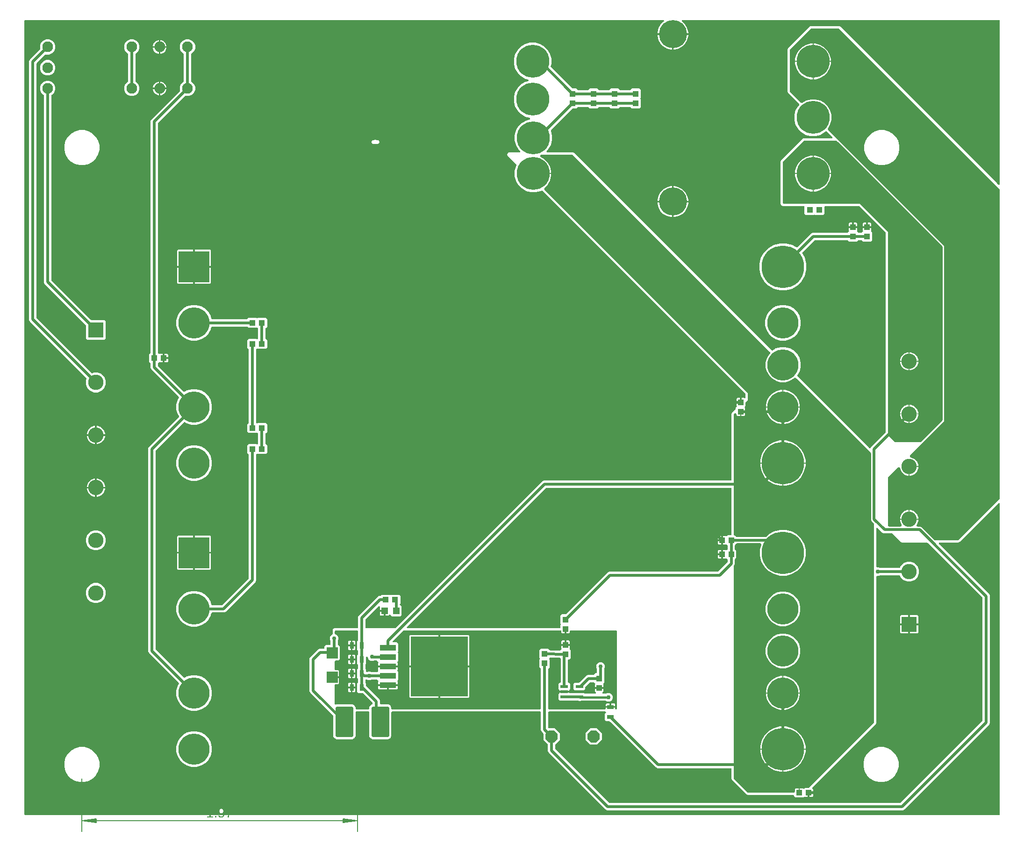
<source format=gbr>
G04 EAGLE Gerber RS-274X export*
G75*
%MOMM*%
%FSLAX34Y34*%
%LPD*%
%INTop Copper*%
%IPPOS*%
%AMOC8*
5,1,8,0,0,1.08239X$1,22.5*%
G01*
G04 Define Apertures*
%ADD10C,0.130000*%
%ADD11R,2.000000X2.000000*%
%ADD12C,0.640000*%
%ADD13R,1.200000X1.200000*%
%ADD14R,1.000000X1.100000*%
%ADD15R,1.100000X1.000000*%
%ADD16R,10.410000X10.800000*%
%ADD17R,3.000000X1.066800*%
%ADD18R,0.800000X1.200000*%
%ADD19R,1.200000X0.800000*%
%ADD20C,1.950000*%
%ADD21R,1.320800X0.558800*%
%ADD22R,2.781000X2.781000*%
%ADD23C,2.781000*%
%ADD24C,5.969000*%
%ADD25C,5.080000*%
%ADD26P,2.33688X8X22.5*%
%ADD27R,5.638800X5.638800*%
%ADD28C,5.638800*%
%ADD29C,7.696200*%
%ADD30C,0.508000*%
%ADD31C,0.756400*%
%ADD32C,0.457200*%
G36*
X1547710Y-65919D02*
X1547116Y-66040D01*
X-216916Y-66040D01*
X-217465Y-65938D01*
X-217976Y-65611D01*
X-218319Y-65110D01*
X-218440Y-64516D01*
X-218440Y1372516D01*
X-218338Y1373065D01*
X-218011Y1373576D01*
X-217510Y1373919D01*
X-216916Y1374040D01*
X938736Y1374040D01*
X939060Y1374005D01*
X939615Y1373761D01*
X940031Y1373320D01*
X940242Y1372751D01*
X940215Y1372145D01*
X939953Y1371598D01*
X939498Y1371196D01*
X939154Y1370998D01*
X933952Y1365796D01*
X930274Y1359424D01*
X928370Y1352318D01*
X928370Y1350164D01*
X984250Y1350164D01*
X984250Y1352318D01*
X982346Y1359424D01*
X978668Y1365796D01*
X973466Y1370998D01*
X973122Y1371196D01*
X972859Y1371388D01*
X972500Y1371877D01*
X972360Y1372467D01*
X972462Y1373065D01*
X972789Y1373576D01*
X973289Y1373919D01*
X973884Y1374040D01*
X1547116Y1374040D01*
X1547665Y1373938D01*
X1548176Y1373611D01*
X1548519Y1373110D01*
X1548640Y1372516D01*
X1548640Y1076987D01*
X1548546Y1076460D01*
X1548227Y1075944D01*
X1547733Y1075593D01*
X1547140Y1075463D01*
X1546544Y1075574D01*
X1546038Y1075909D01*
X1260206Y1361741D01*
X1259808Y1362094D01*
X1259409Y1362371D01*
X1258980Y1362598D01*
X1258526Y1362772D01*
X1258055Y1362890D01*
X1257554Y1362955D01*
X1257275Y1362964D01*
X1206546Y1362964D01*
X1206015Y1362932D01*
X1205537Y1362845D01*
X1205073Y1362702D01*
X1204629Y1362505D01*
X1204213Y1362256D01*
X1203812Y1361946D01*
X1203608Y1361755D01*
X1165559Y1323706D01*
X1165206Y1323308D01*
X1164929Y1322909D01*
X1164702Y1322480D01*
X1164528Y1322026D01*
X1164410Y1321555D01*
X1164345Y1321054D01*
X1164336Y1320775D01*
X1164336Y1244646D01*
X1164368Y1244115D01*
X1164455Y1243637D01*
X1164598Y1243173D01*
X1164795Y1242729D01*
X1165044Y1242313D01*
X1165354Y1241912D01*
X1165545Y1241708D01*
X1184971Y1222281D01*
X1185287Y1221820D01*
X1185418Y1221228D01*
X1185306Y1220632D01*
X1184971Y1220126D01*
X1183176Y1218331D01*
X1178712Y1210598D01*
X1176401Y1201974D01*
X1176401Y1193046D01*
X1178712Y1184422D01*
X1183176Y1176689D01*
X1189489Y1170376D01*
X1197222Y1165912D01*
X1205846Y1163601D01*
X1214774Y1163601D01*
X1223398Y1165912D01*
X1231131Y1170376D01*
X1232926Y1172171D01*
X1233387Y1172487D01*
X1233979Y1172618D01*
X1234576Y1172506D01*
X1235081Y1172171D01*
X1244887Y1162366D01*
X1245193Y1161927D01*
X1245333Y1161337D01*
X1245231Y1160739D01*
X1244904Y1160228D01*
X1244404Y1159885D01*
X1243809Y1159764D01*
X1193846Y1159764D01*
X1193315Y1159732D01*
X1192837Y1159645D01*
X1192373Y1159502D01*
X1191929Y1159305D01*
X1191513Y1159056D01*
X1191112Y1158746D01*
X1190908Y1158555D01*
X1152859Y1120506D01*
X1152506Y1120108D01*
X1152229Y1119709D01*
X1152002Y1119280D01*
X1151828Y1118826D01*
X1151710Y1118355D01*
X1151645Y1117854D01*
X1151636Y1117575D01*
X1151636Y1041446D01*
X1151668Y1040915D01*
X1151755Y1040437D01*
X1151898Y1039973D01*
X1152095Y1039529D01*
X1152344Y1039113D01*
X1152641Y1038728D01*
X1152982Y1038382D01*
X1153362Y1038079D01*
X1153775Y1037824D01*
X1154216Y1037620D01*
X1154678Y1037470D01*
X1155149Y1037377D01*
X1155751Y1037336D01*
X1193262Y1037336D01*
X1193811Y1037234D01*
X1194322Y1036907D01*
X1194665Y1036406D01*
X1194786Y1035812D01*
X1194786Y1023287D01*
X1197167Y1020906D01*
X1211533Y1020906D01*
X1211772Y1021145D01*
X1212233Y1021461D01*
X1212826Y1021591D01*
X1213422Y1021480D01*
X1213928Y1021145D01*
X1214167Y1020906D01*
X1228533Y1020906D01*
X1230914Y1023287D01*
X1230914Y1035812D01*
X1231016Y1036361D01*
X1231343Y1036872D01*
X1231844Y1037215D01*
X1232438Y1037336D01*
X1293085Y1037336D01*
X1293657Y1037225D01*
X1294163Y1036890D01*
X1341690Y989363D01*
X1342015Y988880D01*
X1342136Y988285D01*
X1342136Y628407D01*
X1342025Y627835D01*
X1341690Y627329D01*
X1315201Y600841D01*
X1314523Y599204D01*
X1314227Y598745D01*
X1313732Y598394D01*
X1313140Y598263D01*
X1312543Y598375D01*
X1312038Y598710D01*
X1182245Y728502D01*
X1181857Y729162D01*
X1181810Y729767D01*
X1182003Y730342D01*
X1185760Y736849D01*
X1187958Y745053D01*
X1187958Y753547D01*
X1185760Y761751D01*
X1181513Y769107D01*
X1175507Y775113D01*
X1168151Y779360D01*
X1159947Y781558D01*
X1151453Y781558D01*
X1143249Y779360D01*
X1136742Y775603D01*
X1136004Y775399D01*
X1135408Y775510D01*
X1134902Y775845D01*
X777606Y1133141D01*
X777208Y1133494D01*
X776809Y1133771D01*
X776380Y1133998D01*
X775926Y1134172D01*
X775455Y1134290D01*
X774954Y1134355D01*
X774675Y1134364D01*
X728898Y1134364D01*
X728371Y1134458D01*
X727855Y1134777D01*
X727504Y1135271D01*
X727374Y1135864D01*
X727485Y1136460D01*
X727820Y1136966D01*
X730714Y1139859D01*
X735178Y1147592D01*
X737489Y1156216D01*
X737489Y1165144D01*
X735243Y1173526D01*
X735191Y1173896D01*
X735303Y1174492D01*
X735638Y1174998D01*
X774029Y1213390D01*
X774512Y1213715D01*
X775107Y1213836D01*
X781383Y1213836D01*
X783897Y1216350D01*
X784380Y1216675D01*
X784975Y1216796D01*
X802525Y1216796D01*
X803097Y1216685D01*
X803603Y1216350D01*
X806117Y1213836D01*
X819483Y1213836D01*
X821997Y1216350D01*
X822480Y1216675D01*
X823075Y1216796D01*
X840625Y1216796D01*
X841197Y1216685D01*
X841703Y1216350D01*
X844217Y1213836D01*
X857583Y1213836D01*
X860097Y1216350D01*
X860580Y1216675D01*
X861175Y1216796D01*
X878725Y1216796D01*
X879297Y1216685D01*
X879803Y1216350D01*
X882317Y1213836D01*
X895683Y1213836D01*
X898064Y1216217D01*
X898064Y1230583D01*
X897825Y1230822D01*
X897509Y1231283D01*
X897379Y1231876D01*
X897490Y1232472D01*
X897825Y1232978D01*
X898064Y1233217D01*
X898064Y1247583D01*
X895683Y1249964D01*
X882317Y1249964D01*
X879803Y1247450D01*
X879320Y1247125D01*
X878725Y1247004D01*
X861175Y1247004D01*
X860603Y1247115D01*
X860097Y1247450D01*
X857583Y1249964D01*
X844217Y1249964D01*
X841703Y1247450D01*
X841220Y1247125D01*
X840625Y1247004D01*
X823075Y1247004D01*
X822503Y1247115D01*
X821997Y1247450D01*
X819483Y1249964D01*
X806117Y1249964D01*
X803603Y1247450D01*
X803120Y1247125D01*
X802525Y1247004D01*
X784975Y1247004D01*
X784403Y1247115D01*
X783897Y1247450D01*
X781383Y1249964D01*
X775107Y1249964D01*
X774535Y1250075D01*
X774029Y1250410D01*
X735483Y1288956D01*
X735253Y1289251D01*
X735052Y1289823D01*
X735089Y1290428D01*
X736219Y1294646D01*
X736219Y1303574D01*
X733908Y1312198D01*
X729444Y1319931D01*
X723131Y1326244D01*
X715398Y1330708D01*
X706774Y1333019D01*
X697846Y1333019D01*
X689222Y1330708D01*
X681489Y1326244D01*
X675176Y1319931D01*
X670712Y1312198D01*
X668401Y1303574D01*
X668401Y1294646D01*
X670712Y1286022D01*
X675176Y1278289D01*
X681489Y1271976D01*
X689222Y1267512D01*
X693774Y1266292D01*
X694077Y1266175D01*
X694551Y1265795D01*
X694838Y1265261D01*
X694895Y1264657D01*
X694711Y1264079D01*
X694317Y1263618D01*
X693774Y1263348D01*
X689222Y1262128D01*
X681489Y1257664D01*
X675176Y1251351D01*
X670712Y1243618D01*
X668401Y1234994D01*
X668401Y1226066D01*
X670712Y1217442D01*
X675176Y1209709D01*
X681489Y1203396D01*
X689222Y1198932D01*
X696779Y1196907D01*
X697082Y1196790D01*
X697555Y1196410D01*
X697843Y1195876D01*
X697900Y1195272D01*
X697716Y1194694D01*
X697322Y1194233D01*
X696779Y1193963D01*
X690492Y1192278D01*
X682759Y1187814D01*
X676446Y1181501D01*
X671982Y1173768D01*
X669671Y1165144D01*
X669671Y1156216D01*
X671982Y1147592D01*
X676446Y1139859D01*
X679340Y1136966D01*
X679646Y1136527D01*
X679785Y1135937D01*
X679684Y1135339D01*
X679357Y1134828D01*
X678857Y1134485D01*
X678262Y1134364D01*
X660446Y1134364D01*
X659915Y1134332D01*
X659437Y1134245D01*
X658973Y1134102D01*
X658529Y1133905D01*
X658113Y1133656D01*
X657728Y1133359D01*
X657382Y1133018D01*
X657079Y1132638D01*
X656824Y1132225D01*
X656620Y1131784D01*
X656470Y1131322D01*
X656376Y1130846D01*
X656339Y1130361D01*
X656361Y1129876D01*
X656440Y1129397D01*
X656577Y1128931D01*
X656767Y1128484D01*
X657010Y1128063D01*
X657310Y1127663D01*
X657548Y1127404D01*
X672609Y1112344D01*
X672997Y1111684D01*
X673044Y1111079D01*
X672851Y1110504D01*
X671982Y1108998D01*
X669671Y1100374D01*
X669671Y1091446D01*
X671982Y1082822D01*
X676446Y1075089D01*
X682759Y1068776D01*
X690492Y1064312D01*
X699116Y1062001D01*
X708044Y1062001D01*
X716668Y1064312D01*
X718174Y1065181D01*
X718912Y1065385D01*
X719508Y1065274D01*
X720014Y1064939D01*
X1087690Y697263D01*
X1088015Y696780D01*
X1088136Y696185D01*
X1088136Y690735D01*
X1088042Y690209D01*
X1087723Y689693D01*
X1087229Y689342D01*
X1086636Y689212D01*
X1086040Y689323D01*
X1085561Y689640D01*
X1081024Y689640D01*
X1081024Y680076D01*
X1071960Y680076D01*
X1071960Y674953D01*
X1072069Y674794D01*
X1072199Y674202D01*
X1072088Y673606D01*
X1071753Y673100D01*
X1070436Y671783D01*
X1070436Y670415D01*
X1070325Y669843D01*
X1069990Y669337D01*
X1063959Y663306D01*
X1063606Y662908D01*
X1063329Y662509D01*
X1063102Y662080D01*
X1062928Y661626D01*
X1062810Y661155D01*
X1062745Y660654D01*
X1062736Y660375D01*
X1062736Y541528D01*
X1062634Y540979D01*
X1062307Y540468D01*
X1061806Y540125D01*
X1061212Y540004D01*
X722586Y540004D01*
X720159Y538999D01*
X453895Y272734D01*
X453412Y272409D01*
X452817Y272288D01*
X400668Y272288D01*
X400119Y272390D01*
X399608Y272717D01*
X399265Y273218D01*
X399144Y273812D01*
X399144Y287573D01*
X399255Y288145D01*
X399590Y288651D01*
X422858Y311919D01*
X423297Y312225D01*
X423887Y312364D01*
X424485Y312263D01*
X424996Y311936D01*
X425339Y311436D01*
X425460Y310841D01*
X425460Y305054D01*
X435524Y305054D01*
X435524Y294990D01*
X441052Y294990D01*
X442345Y296283D01*
X442806Y296599D01*
X443398Y296729D01*
X443994Y296618D01*
X444500Y296283D01*
X447317Y293466D01*
X462683Y293466D01*
X465064Y295847D01*
X465064Y311213D01*
X462581Y313696D01*
X462579Y313696D01*
X462068Y314023D01*
X461725Y314524D01*
X461604Y315118D01*
X461604Y315575D01*
X461715Y316147D01*
X462050Y316653D01*
X462564Y317167D01*
X462564Y330533D01*
X460183Y332914D01*
X445817Y332914D01*
X445578Y332675D01*
X445117Y332359D01*
X444524Y332229D01*
X443928Y332340D01*
X443422Y332675D01*
X443183Y332914D01*
X428817Y332914D01*
X426803Y330900D01*
X426320Y330575D01*
X425725Y330454D01*
X424136Y330454D01*
X421709Y329449D01*
X386941Y294681D01*
X385936Y292254D01*
X385936Y273812D01*
X385834Y273263D01*
X385507Y272752D01*
X385006Y272409D01*
X384412Y272288D01*
X343962Y272288D01*
X343431Y272256D01*
X342953Y272169D01*
X342489Y272026D01*
X342045Y271829D01*
X341629Y271580D01*
X341244Y271283D01*
X340898Y270942D01*
X340595Y270562D01*
X340340Y270149D01*
X340136Y269708D01*
X339986Y269246D01*
X339893Y268775D01*
X339852Y268173D01*
X339852Y262248D01*
X339745Y261688D01*
X339414Y261179D01*
X338911Y260840D01*
X338456Y260652D01*
X336249Y258444D01*
X335054Y255561D01*
X335054Y252439D01*
X336180Y249721D01*
X336296Y249138D01*
X336296Y243328D01*
X336194Y242779D01*
X335867Y242268D01*
X335366Y241925D01*
X334772Y241804D01*
X327407Y241804D01*
X325026Y239423D01*
X325026Y236728D01*
X324924Y236179D01*
X324597Y235668D01*
X324096Y235325D01*
X323502Y235204D01*
X316186Y235204D01*
X313759Y234199D01*
X299201Y219641D01*
X298196Y217214D01*
X298196Y157996D01*
X299201Y155569D01*
X340730Y114041D01*
X341055Y113558D01*
X341176Y112963D01*
X341176Y77125D01*
X342282Y74455D01*
X344325Y72412D01*
X346995Y71306D01*
X375485Y71306D01*
X378155Y72412D01*
X380198Y74455D01*
X381304Y77125D01*
X381304Y119888D01*
X381406Y120437D01*
X381733Y120948D01*
X382234Y121291D01*
X382828Y121412D01*
X404652Y121412D01*
X405201Y121310D01*
X405712Y120983D01*
X406055Y120482D01*
X406176Y119888D01*
X406176Y77125D01*
X407282Y74455D01*
X409325Y72412D01*
X411995Y71306D01*
X440485Y71306D01*
X443155Y72412D01*
X445198Y74455D01*
X446304Y77125D01*
X446304Y119888D01*
X446406Y120437D01*
X446733Y120948D01*
X447234Y121291D01*
X447828Y121412D01*
X715772Y121412D01*
X716321Y121310D01*
X716832Y120983D01*
X717175Y120482D01*
X717296Y119888D01*
X717296Y87586D01*
X718301Y85159D01*
X721295Y82166D01*
X721620Y81683D01*
X721741Y81088D01*
X721741Y70045D01*
X729550Y62237D01*
X729875Y61753D01*
X729996Y61159D01*
X729996Y49486D01*
X731001Y47059D01*
X834459Y-56399D01*
X836886Y-57404D01*
X1372914Y-57404D01*
X1375341Y-56399D01*
X1529599Y97859D01*
X1530604Y100286D01*
X1530604Y331514D01*
X1529599Y333941D01*
X1438405Y425134D01*
X1438099Y425573D01*
X1437960Y426163D01*
X1438061Y426761D01*
X1438388Y427272D01*
X1438888Y427615D01*
X1439483Y427736D01*
X1473154Y427736D01*
X1473685Y427768D01*
X1474163Y427855D01*
X1474627Y427998D01*
X1475071Y428195D01*
X1475488Y428444D01*
X1475888Y428754D01*
X1476092Y428945D01*
X1546038Y498891D01*
X1546477Y499197D01*
X1547067Y499337D01*
X1547665Y499235D01*
X1548176Y498908D01*
X1548519Y498408D01*
X1548640Y497813D01*
X1548640Y-64516D01*
X1548538Y-65065D01*
X1548211Y-65576D01*
X1547710Y-65919D01*
G37*
%LPC*%
G36*
X957834Y1320700D02*
X959988Y1320700D01*
X967094Y1322604D01*
X973466Y1326282D01*
X978668Y1331484D01*
X982346Y1337856D01*
X984250Y1344962D01*
X984250Y1347116D01*
X957834Y1347116D01*
X957834Y1320700D01*
G37*
G36*
X952632Y1320700D02*
X954786Y1320700D01*
X954786Y1347116D01*
X928370Y1347116D01*
X928370Y1344962D01*
X930274Y1337856D01*
X933952Y1331484D01*
X939154Y1326282D01*
X945526Y1322604D01*
X952632Y1320700D01*
G37*
G36*
X-26478Y1236466D02*
X-20982Y1236466D01*
X-15905Y1238569D01*
X-12019Y1242455D01*
X-9916Y1247532D01*
X-9916Y1253028D01*
X-12019Y1258105D01*
X-15905Y1261991D01*
X-16185Y1262107D01*
X-16662Y1262420D01*
X-17005Y1262921D01*
X-17126Y1263515D01*
X-17126Y1312045D01*
X-17019Y1312606D01*
X-16688Y1313114D01*
X-16185Y1313453D01*
X-15905Y1313569D01*
X-12019Y1317455D01*
X-9916Y1322532D01*
X-9916Y1328028D01*
X-12019Y1333105D01*
X-15905Y1336991D01*
X-20982Y1339094D01*
X-26478Y1339094D01*
X-31555Y1336991D01*
X-35441Y1333105D01*
X-37544Y1328028D01*
X-37544Y1322532D01*
X-35441Y1317455D01*
X-31555Y1313569D01*
X-31275Y1313453D01*
X-30798Y1313140D01*
X-30455Y1312639D01*
X-30334Y1312045D01*
X-30334Y1263515D01*
X-30441Y1262954D01*
X-30772Y1262446D01*
X-31275Y1262107D01*
X-31555Y1261991D01*
X-35441Y1258105D01*
X-37544Y1253028D01*
X-37544Y1247532D01*
X-35441Y1242455D01*
X-31555Y1238569D01*
X-26478Y1236466D01*
G37*
G36*
X-92474Y699531D02*
X-85326Y699531D01*
X-78721Y702267D01*
X-73667Y707321D01*
X-70931Y713926D01*
X-70931Y721074D01*
X-73667Y727679D01*
X-78721Y732733D01*
X-85326Y735469D01*
X-92474Y735469D01*
X-95108Y734378D01*
X-95667Y734262D01*
X-96263Y734373D01*
X-96769Y734708D01*
X-196150Y834089D01*
X-196475Y834572D01*
X-196596Y835167D01*
X-196596Y1295043D01*
X-196485Y1295615D01*
X-196150Y1296121D01*
X-181019Y1311252D01*
X-180547Y1311573D01*
X-179953Y1311698D01*
X-179358Y1311582D01*
X-179078Y1311466D01*
X-173582Y1311466D01*
X-168505Y1313569D01*
X-164619Y1317455D01*
X-162516Y1322532D01*
X-162516Y1328028D01*
X-164619Y1333105D01*
X-168505Y1336991D01*
X-173582Y1339094D01*
X-179078Y1339094D01*
X-184155Y1336991D01*
X-188041Y1333105D01*
X-190144Y1328028D01*
X-190144Y1322532D01*
X-190028Y1322252D01*
X-189912Y1321693D01*
X-190023Y1321097D01*
X-190358Y1320591D01*
X-208799Y1302151D01*
X-209804Y1299724D01*
X-209804Y830486D01*
X-208799Y828059D01*
X-106108Y725369D01*
X-105788Y724897D01*
X-105662Y724303D01*
X-105778Y723708D01*
X-106869Y721074D01*
X-106869Y713926D01*
X-104133Y707321D01*
X-99079Y702267D01*
X-92474Y699531D01*
G37*
G36*
X84653Y122778D02*
X93147Y122778D01*
X101351Y124976D01*
X108707Y129223D01*
X114713Y135229D01*
X118960Y142585D01*
X121158Y150789D01*
X121158Y159283D01*
X118960Y167487D01*
X114713Y174843D01*
X108707Y180849D01*
X101351Y185096D01*
X93147Y187294D01*
X84653Y187294D01*
X76449Y185096D01*
X72219Y182654D01*
X71482Y182450D01*
X70885Y182561D01*
X70380Y182896D01*
X19750Y233525D01*
X19425Y234008D01*
X19304Y234603D01*
X19304Y593533D01*
X19415Y594105D01*
X19750Y594611D01*
X70380Y645240D01*
X71039Y645628D01*
X71644Y645675D01*
X72219Y645482D01*
X76449Y643040D01*
X84653Y640842D01*
X93147Y640842D01*
X101351Y643040D01*
X108707Y647287D01*
X114713Y653293D01*
X118960Y660649D01*
X121158Y668853D01*
X121158Y677347D01*
X118960Y685551D01*
X114713Y692907D01*
X108707Y698913D01*
X101351Y703160D01*
X93147Y705358D01*
X84653Y705358D01*
X76449Y703160D01*
X72219Y700718D01*
X71482Y700514D01*
X70885Y700625D01*
X70380Y700960D01*
X23950Y747389D01*
X23625Y747872D01*
X23504Y748467D01*
X23504Y751725D01*
X23615Y752297D01*
X23950Y752803D01*
X25400Y754253D01*
X25861Y754569D01*
X26453Y754699D01*
X27050Y754588D01*
X27242Y754460D01*
X32376Y754460D01*
X32376Y769540D01*
X27253Y769540D01*
X27094Y769431D01*
X26502Y769301D01*
X25906Y769412D01*
X25400Y769747D01*
X23950Y771197D01*
X23625Y771680D01*
X23504Y772275D01*
X23504Y1186743D01*
X23615Y1187315D01*
X23950Y1187821D01*
X72381Y1236252D01*
X72853Y1236573D01*
X73447Y1236698D01*
X74042Y1236582D01*
X74322Y1236466D01*
X79818Y1236466D01*
X84895Y1238569D01*
X88781Y1242455D01*
X90884Y1247532D01*
X90884Y1253028D01*
X88781Y1258105D01*
X84895Y1261991D01*
X84615Y1262107D01*
X84138Y1262420D01*
X83795Y1262921D01*
X83674Y1263515D01*
X83674Y1312045D01*
X83781Y1312606D01*
X84112Y1313114D01*
X84615Y1313453D01*
X84895Y1313569D01*
X88781Y1317455D01*
X90884Y1322532D01*
X90884Y1328028D01*
X88781Y1333105D01*
X84895Y1336991D01*
X79818Y1339094D01*
X74322Y1339094D01*
X69245Y1336991D01*
X65359Y1333105D01*
X63256Y1328028D01*
X63256Y1322532D01*
X65359Y1317455D01*
X69245Y1313569D01*
X69525Y1313453D01*
X70002Y1313140D01*
X70345Y1312639D01*
X70466Y1312045D01*
X70466Y1263515D01*
X70359Y1262954D01*
X70028Y1262446D01*
X69525Y1262107D01*
X69245Y1261991D01*
X65359Y1258105D01*
X63256Y1253028D01*
X63256Y1247532D01*
X63372Y1247252D01*
X63488Y1246693D01*
X63377Y1246097D01*
X63042Y1245591D01*
X11301Y1193851D01*
X10296Y1191424D01*
X10296Y772275D01*
X10185Y771703D01*
X9850Y771197D01*
X7336Y768683D01*
X7336Y755317D01*
X9850Y752803D01*
X10175Y752320D01*
X10296Y751725D01*
X10296Y743786D01*
X11301Y741359D01*
X61040Y691620D01*
X61428Y690961D01*
X61475Y690356D01*
X61282Y689781D01*
X58840Y685551D01*
X56642Y677347D01*
X56642Y668853D01*
X58840Y660649D01*
X61282Y656419D01*
X61486Y655682D01*
X61375Y655085D01*
X61040Y654580D01*
X7101Y600641D01*
X6096Y598214D01*
X6096Y229922D01*
X7101Y227495D01*
X61040Y173556D01*
X61428Y172897D01*
X61475Y172292D01*
X61282Y171717D01*
X58840Y167487D01*
X56642Y159283D01*
X56642Y150789D01*
X58840Y142585D01*
X63087Y135229D01*
X69093Y129223D01*
X76449Y124976D01*
X84653Y122778D01*
G37*
G36*
X28194Y1326804D02*
X38960Y1326804D01*
X38960Y1327725D01*
X37089Y1332242D01*
X33632Y1335699D01*
X29115Y1337570D01*
X28194Y1337570D01*
X28194Y1326804D01*
G37*
G36*
X14380Y1326804D02*
X25146Y1326804D01*
X25146Y1337570D01*
X24225Y1337570D01*
X19708Y1335699D01*
X16251Y1332242D01*
X14380Y1327725D01*
X14380Y1326804D01*
G37*
G36*
X24225Y1312990D02*
X25146Y1312990D01*
X25146Y1323756D01*
X14380Y1323756D01*
X14380Y1322835D01*
X16251Y1318318D01*
X19708Y1314861D01*
X24225Y1312990D01*
G37*
G36*
X28194Y1312990D02*
X29115Y1312990D01*
X33632Y1314861D01*
X37089Y1318318D01*
X38960Y1322835D01*
X38960Y1323756D01*
X28194Y1323756D01*
X28194Y1312990D01*
G37*
G36*
X-179078Y1273966D02*
X-173582Y1273966D01*
X-168505Y1276069D01*
X-164619Y1279955D01*
X-162516Y1285032D01*
X-162516Y1290528D01*
X-164619Y1295605D01*
X-168505Y1299491D01*
X-173582Y1301594D01*
X-179078Y1301594D01*
X-184155Y1299491D01*
X-188041Y1295605D01*
X-190144Y1290528D01*
X-190144Y1285032D01*
X-188041Y1279955D01*
X-184155Y1276069D01*
X-179078Y1273966D01*
G37*
G36*
X-104488Y794831D02*
X-73312Y794831D01*
X-70931Y797212D01*
X-70931Y828388D01*
X-73312Y830769D01*
X-96898Y830769D01*
X-97470Y830880D01*
X-97976Y831215D01*
X-169280Y902519D01*
X-169605Y903002D01*
X-169726Y903597D01*
X-169726Y1237045D01*
X-169619Y1237606D01*
X-169288Y1238114D01*
X-168785Y1238453D01*
X-168505Y1238569D01*
X-164619Y1242455D01*
X-162516Y1247532D01*
X-162516Y1253028D01*
X-164619Y1258105D01*
X-168505Y1261991D01*
X-173582Y1264094D01*
X-179078Y1264094D01*
X-184155Y1261991D01*
X-188041Y1258105D01*
X-190144Y1253028D01*
X-190144Y1247532D01*
X-188041Y1242455D01*
X-184155Y1238569D01*
X-183875Y1238453D01*
X-183398Y1238140D01*
X-183055Y1237639D01*
X-182934Y1237045D01*
X-182934Y898916D01*
X-181929Y896489D01*
X-107315Y821876D01*
X-106990Y821393D01*
X-106869Y820798D01*
X-106869Y797212D01*
X-104488Y794831D01*
G37*
G36*
X28194Y1251804D02*
X38960Y1251804D01*
X38960Y1252725D01*
X37089Y1257242D01*
X33632Y1260699D01*
X29115Y1262570D01*
X28194Y1262570D01*
X28194Y1251804D01*
G37*
G36*
X14380Y1251804D02*
X25146Y1251804D01*
X25146Y1262570D01*
X24225Y1262570D01*
X19708Y1260699D01*
X16251Y1257242D01*
X14380Y1252725D01*
X14380Y1251804D01*
G37*
G36*
X24225Y1237990D02*
X25146Y1237990D01*
X25146Y1248756D01*
X14380Y1248756D01*
X14380Y1247835D01*
X16251Y1243318D01*
X19708Y1239861D01*
X24225Y1237990D01*
G37*
G36*
X28194Y1237990D02*
X29115Y1237990D01*
X33632Y1239861D01*
X37089Y1243318D01*
X38960Y1247835D01*
X38960Y1248756D01*
X28194Y1248756D01*
X28194Y1237990D01*
G37*
G36*
X-118480Y1111250D02*
X-110120Y1111250D01*
X-102045Y1113414D01*
X-94805Y1117594D01*
X-88894Y1123505D01*
X-84714Y1130745D01*
X-82550Y1138820D01*
X-82550Y1147180D01*
X-84714Y1155255D01*
X-88894Y1162495D01*
X-94805Y1168406D01*
X-102045Y1172586D01*
X-110120Y1174750D01*
X-118480Y1174750D01*
X-126555Y1172586D01*
X-133795Y1168406D01*
X-139706Y1162495D01*
X-143886Y1155255D01*
X-146050Y1147180D01*
X-146050Y1138820D01*
X-143886Y1130745D01*
X-139706Y1123505D01*
X-133795Y1117594D01*
X-126555Y1113414D01*
X-118480Y1111250D01*
G37*
G36*
X928370Y1046634D02*
X954786Y1046634D01*
X954786Y1073050D01*
X952632Y1073050D01*
X945526Y1071146D01*
X939154Y1067468D01*
X933952Y1062266D01*
X930274Y1055894D01*
X928370Y1048788D01*
X928370Y1046634D01*
G37*
G36*
X957834Y1046634D02*
X984250Y1046634D01*
X984250Y1048788D01*
X982346Y1055894D01*
X978668Y1062266D01*
X973466Y1067468D01*
X967094Y1071146D01*
X959988Y1073050D01*
X957834Y1073050D01*
X957834Y1046634D01*
G37*
G36*
X957834Y1017170D02*
X959988Y1017170D01*
X967094Y1019074D01*
X973466Y1022752D01*
X978668Y1027954D01*
X982346Y1034326D01*
X984250Y1041432D01*
X984250Y1043586D01*
X957834Y1043586D01*
X957834Y1017170D01*
G37*
G36*
X952632Y1017170D02*
X954786Y1017170D01*
X954786Y1043586D01*
X928370Y1043586D01*
X928370Y1041432D01*
X930274Y1034326D01*
X933952Y1027954D01*
X939154Y1022752D01*
X945526Y1019074D01*
X952632Y1017170D01*
G37*
G36*
X1275160Y1000624D02*
X1281176Y1000624D01*
X1281176Y1007140D01*
X1276648Y1007140D01*
X1275160Y1005652D01*
X1275160Y1000624D01*
G37*
G36*
X1300560Y1000624D02*
X1306576Y1000624D01*
X1306576Y1007140D01*
X1302048Y1007140D01*
X1300560Y1005652D01*
X1300560Y1000624D01*
G37*
G36*
X1284224Y1000624D02*
X1290240Y1000624D01*
X1290240Y1005652D01*
X1288752Y1007140D01*
X1284224Y1007140D01*
X1284224Y1000624D01*
G37*
G36*
X1309624Y1000624D02*
X1315640Y1000624D01*
X1315640Y1005652D01*
X1314152Y1007140D01*
X1309624Y1007140D01*
X1309624Y1000624D01*
G37*
G36*
X1150099Y884555D02*
X1161301Y884555D01*
X1172122Y887454D01*
X1181823Y893056D01*
X1189744Y900977D01*
X1195346Y910678D01*
X1198245Y921499D01*
X1198245Y932701D01*
X1195346Y943522D01*
X1190848Y951311D01*
X1190644Y952049D01*
X1190756Y952645D01*
X1191091Y953151D01*
X1212989Y975050D01*
X1213472Y975375D01*
X1214067Y975496D01*
X1272425Y975496D01*
X1272997Y975385D01*
X1273503Y975050D01*
X1276017Y972536D01*
X1289383Y972536D01*
X1291897Y975050D01*
X1292380Y975375D01*
X1292975Y975496D01*
X1297825Y975496D01*
X1298397Y975385D01*
X1298903Y975050D01*
X1301417Y972536D01*
X1314783Y972536D01*
X1317164Y974917D01*
X1317164Y989283D01*
X1315847Y990600D01*
X1315531Y991061D01*
X1315401Y991653D01*
X1315512Y992250D01*
X1315640Y992442D01*
X1315640Y997576D01*
X1300560Y997576D01*
X1300560Y992453D01*
X1300669Y992294D01*
X1300799Y991702D01*
X1300688Y991106D01*
X1300353Y990600D01*
X1298903Y989150D01*
X1298420Y988825D01*
X1297825Y988704D01*
X1292975Y988704D01*
X1292403Y988815D01*
X1291897Y989150D01*
X1290447Y990600D01*
X1290131Y991061D01*
X1290001Y991653D01*
X1290112Y992250D01*
X1290240Y992442D01*
X1290240Y997576D01*
X1275160Y997576D01*
X1275160Y992453D01*
X1275269Y992294D01*
X1275399Y991702D01*
X1275288Y991106D01*
X1274953Y990600D01*
X1273503Y989150D01*
X1273020Y988825D01*
X1272425Y988704D01*
X1209386Y988704D01*
X1206959Y987699D01*
X1181751Y962491D01*
X1181091Y962103D01*
X1180487Y962056D01*
X1179911Y962248D01*
X1172122Y966746D01*
X1161301Y969645D01*
X1150099Y969645D01*
X1139278Y966746D01*
X1129577Y961144D01*
X1121656Y953223D01*
X1116054Y943522D01*
X1113155Y932701D01*
X1113155Y921499D01*
X1116054Y910678D01*
X1121656Y900977D01*
X1129577Y893056D01*
X1139278Y887454D01*
X1150099Y884555D01*
G37*
G36*
X90424Y928624D02*
X119634Y928624D01*
X119634Y956346D01*
X118146Y957834D01*
X90424Y957834D01*
X90424Y928624D01*
G37*
G36*
X58166Y928624D02*
X87376Y928624D01*
X87376Y957834D01*
X59654Y957834D01*
X58166Y956346D01*
X58166Y928624D01*
G37*
G36*
X59654Y896366D02*
X87376Y896366D01*
X87376Y925576D01*
X58166Y925576D01*
X58166Y897854D01*
X59654Y896366D01*
G37*
G36*
X90424Y896366D02*
X118146Y896366D01*
X119634Y897854D01*
X119634Y925576D01*
X90424Y925576D01*
X90424Y896366D01*
G37*
G36*
X1151453Y793242D02*
X1159947Y793242D01*
X1168151Y795440D01*
X1175507Y799687D01*
X1181513Y805693D01*
X1185760Y813049D01*
X1187958Y821253D01*
X1187958Y829747D01*
X1185760Y837951D01*
X1181513Y845307D01*
X1175507Y851313D01*
X1168151Y855560D01*
X1159947Y857758D01*
X1151453Y857758D01*
X1143249Y855560D01*
X1135893Y851313D01*
X1129887Y845307D01*
X1125640Y837951D01*
X1123442Y829747D01*
X1123442Y821253D01*
X1125640Y813049D01*
X1129887Y805693D01*
X1135893Y799687D01*
X1143249Y795440D01*
X1151453Y793242D01*
G37*
G36*
X84653Y275178D02*
X93147Y275178D01*
X101351Y277376D01*
X108707Y281623D01*
X114713Y287629D01*
X118960Y294985D01*
X120224Y299702D01*
X120601Y300368D01*
X121101Y300711D01*
X121696Y300832D01*
X143650Y300832D01*
X146077Y301837D01*
X200299Y356059D01*
X201304Y358486D01*
X201304Y586625D01*
X201415Y587197D01*
X201750Y587703D01*
X202122Y588075D01*
X202583Y588391D01*
X203176Y588521D01*
X203772Y588410D01*
X204278Y588075D01*
X204517Y587836D01*
X218883Y587836D01*
X221264Y590217D01*
X221264Y603583D01*
X218750Y606097D01*
X218425Y606580D01*
X218304Y607175D01*
X218304Y624725D01*
X218415Y625297D01*
X218750Y625803D01*
X221264Y628317D01*
X221264Y641683D01*
X218883Y644064D01*
X204517Y644064D01*
X204278Y643825D01*
X203817Y643509D01*
X203224Y643379D01*
X202628Y643490D01*
X202122Y643825D01*
X201750Y644197D01*
X201425Y644680D01*
X201304Y645275D01*
X201304Y777125D01*
X201415Y777697D01*
X201750Y778203D01*
X202122Y778575D01*
X202583Y778891D01*
X203176Y779021D01*
X203772Y778910D01*
X204278Y778575D01*
X204517Y778336D01*
X218883Y778336D01*
X221264Y780717D01*
X221264Y794083D01*
X218750Y796597D01*
X218425Y797080D01*
X218304Y797675D01*
X218304Y815225D01*
X218415Y815797D01*
X218750Y816303D01*
X221264Y818817D01*
X221264Y832183D01*
X218883Y834564D01*
X204517Y834564D01*
X204278Y834325D01*
X203817Y834009D01*
X203224Y833879D01*
X202628Y833990D01*
X202122Y834325D01*
X201883Y834564D01*
X187517Y834564D01*
X185503Y832550D01*
X185020Y832225D01*
X184425Y832104D01*
X121696Y832104D01*
X120955Y832296D01*
X120494Y832691D01*
X120224Y833234D01*
X118960Y837951D01*
X114713Y845307D01*
X108707Y851313D01*
X101351Y855560D01*
X93147Y857758D01*
X84653Y857758D01*
X76449Y855560D01*
X69093Y851313D01*
X63087Y845307D01*
X58840Y837951D01*
X56642Y829747D01*
X56642Y821253D01*
X58840Y813049D01*
X63087Y805693D01*
X69093Y799687D01*
X76449Y795440D01*
X84653Y793242D01*
X93147Y793242D01*
X101351Y795440D01*
X108707Y799687D01*
X114713Y805693D01*
X118960Y813049D01*
X120224Y817766D01*
X120601Y818432D01*
X121101Y818775D01*
X121696Y818896D01*
X184425Y818896D01*
X184997Y818785D01*
X185503Y818450D01*
X187517Y816436D01*
X201883Y816436D01*
X202122Y816675D01*
X202583Y816991D01*
X203176Y817121D01*
X203772Y817010D01*
X204278Y816675D01*
X204650Y816303D01*
X204975Y815820D01*
X205096Y815225D01*
X205096Y797675D01*
X204985Y797103D01*
X204650Y796597D01*
X204278Y796225D01*
X203817Y795909D01*
X203224Y795779D01*
X202628Y795890D01*
X202122Y796225D01*
X201883Y796464D01*
X187517Y796464D01*
X185136Y794083D01*
X185136Y780717D01*
X187650Y778203D01*
X187975Y777720D01*
X188096Y777125D01*
X188096Y645275D01*
X187985Y644703D01*
X187650Y644197D01*
X185136Y641683D01*
X185136Y628317D01*
X187517Y625936D01*
X201883Y625936D01*
X202122Y626175D01*
X202583Y626491D01*
X203176Y626621D01*
X203772Y626510D01*
X204278Y626175D01*
X204650Y625803D01*
X204975Y625320D01*
X205096Y624725D01*
X205096Y607175D01*
X204985Y606603D01*
X204650Y606097D01*
X204278Y605725D01*
X203817Y605409D01*
X203224Y605279D01*
X202628Y605390D01*
X202122Y605725D01*
X201883Y605964D01*
X187517Y605964D01*
X185136Y603583D01*
X185136Y590217D01*
X187650Y587703D01*
X187975Y587220D01*
X188096Y586625D01*
X188096Y363167D01*
X187985Y362595D01*
X187650Y362089D01*
X140047Y314486D01*
X139564Y314161D01*
X138969Y314040D01*
X121696Y314040D01*
X120955Y314232D01*
X120494Y314627D01*
X120224Y315170D01*
X118960Y319887D01*
X114713Y327243D01*
X108707Y333249D01*
X101351Y337496D01*
X93147Y339694D01*
X84653Y339694D01*
X76449Y337496D01*
X69093Y333249D01*
X63087Y327243D01*
X58840Y319887D01*
X56642Y311683D01*
X56642Y303189D01*
X58840Y294985D01*
X63087Y287629D01*
X69093Y281623D01*
X76449Y277376D01*
X84653Y275178D01*
G37*
G36*
X35424Y763524D02*
X41940Y763524D01*
X41940Y768052D01*
X40452Y769540D01*
X35424Y769540D01*
X35424Y763524D01*
G37*
G36*
X35424Y754460D02*
X40452Y754460D01*
X41940Y755948D01*
X41940Y760476D01*
X35424Y760476D01*
X35424Y754460D01*
G37*
G36*
X1071960Y683124D02*
X1077976Y683124D01*
X1077976Y689640D01*
X1073448Y689640D01*
X1071960Y688152D01*
X1071960Y683124D01*
G37*
G36*
X-105345Y623724D02*
X-90424Y623724D01*
X-90424Y638645D01*
X-92171Y638645D01*
X-98215Y636141D01*
X-102841Y631515D01*
X-105345Y625471D01*
X-105345Y623724D01*
G37*
G36*
X-87376Y623724D02*
X-72455Y623724D01*
X-72455Y625471D01*
X-74959Y631515D01*
X-79585Y636141D01*
X-85629Y638645D01*
X-87376Y638645D01*
X-87376Y623724D01*
G37*
G36*
X-87376Y605755D02*
X-85629Y605755D01*
X-79585Y608259D01*
X-74959Y612885D01*
X-72455Y618929D01*
X-72455Y620676D01*
X-87376Y620676D01*
X-87376Y605755D01*
G37*
G36*
X-92171Y605755D02*
X-90424Y605755D01*
X-90424Y620676D01*
X-105345Y620676D01*
X-105345Y618929D01*
X-102841Y612885D01*
X-98215Y608259D01*
X-92171Y605755D01*
G37*
G36*
X84653Y539242D02*
X93147Y539242D01*
X101351Y541440D01*
X108707Y545687D01*
X114713Y551693D01*
X118960Y559049D01*
X121158Y567253D01*
X121158Y575747D01*
X118960Y583951D01*
X114713Y591307D01*
X108707Y597313D01*
X101351Y601560D01*
X93147Y603758D01*
X84653Y603758D01*
X76449Y601560D01*
X69093Y597313D01*
X63087Y591307D01*
X58840Y583951D01*
X56642Y575747D01*
X56642Y567253D01*
X58840Y559049D01*
X63087Y551693D01*
X69093Y545687D01*
X76449Y541440D01*
X84653Y539242D01*
G37*
G36*
X-105345Y528424D02*
X-90424Y528424D01*
X-90424Y543345D01*
X-92171Y543345D01*
X-98215Y540841D01*
X-102841Y536215D01*
X-105345Y530171D01*
X-105345Y528424D01*
G37*
G36*
X-87376Y528424D02*
X-72455Y528424D01*
X-72455Y530171D01*
X-74959Y536215D01*
X-79585Y540841D01*
X-85629Y543345D01*
X-87376Y543345D01*
X-87376Y528424D01*
G37*
G36*
X-92171Y510455D02*
X-90424Y510455D01*
X-90424Y525376D01*
X-105345Y525376D01*
X-105345Y523629D01*
X-102841Y517585D01*
X-98215Y512959D01*
X-92171Y510455D01*
G37*
G36*
X-87376Y510455D02*
X-85629Y510455D01*
X-79585Y512959D01*
X-74959Y517585D01*
X-72455Y523629D01*
X-72455Y525376D01*
X-87376Y525376D01*
X-87376Y510455D01*
G37*
G36*
X-92474Y413631D02*
X-85326Y413631D01*
X-78721Y416367D01*
X-73667Y421421D01*
X-70931Y428026D01*
X-70931Y435174D01*
X-73667Y441779D01*
X-78721Y446833D01*
X-85326Y449569D01*
X-92474Y449569D01*
X-99079Y446833D01*
X-104133Y441779D01*
X-106869Y435174D01*
X-106869Y428026D01*
X-104133Y421421D01*
X-99079Y416367D01*
X-92474Y413631D01*
G37*
G36*
X58166Y410560D02*
X87376Y410560D01*
X87376Y439770D01*
X59654Y439770D01*
X58166Y438282D01*
X58166Y410560D01*
G37*
G36*
X90424Y410560D02*
X119634Y410560D01*
X119634Y438282D01*
X118146Y439770D01*
X90424Y439770D01*
X90424Y410560D01*
G37*
G36*
X59654Y378302D02*
X87376Y378302D01*
X87376Y407512D01*
X58166Y407512D01*
X58166Y379790D01*
X59654Y378302D01*
G37*
G36*
X90424Y378302D02*
X118146Y378302D01*
X119634Y379790D01*
X119634Y407512D01*
X90424Y407512D01*
X90424Y378302D01*
G37*
G36*
X-92474Y318331D02*
X-85326Y318331D01*
X-78721Y321067D01*
X-73667Y326121D01*
X-70931Y332726D01*
X-70931Y339874D01*
X-73667Y346479D01*
X-78721Y351533D01*
X-85326Y354269D01*
X-92474Y354269D01*
X-99079Y351533D01*
X-104133Y346479D01*
X-106869Y339874D01*
X-106869Y332726D01*
X-104133Y326121D01*
X-99079Y321067D01*
X-92474Y318331D01*
G37*
G36*
X426948Y294990D02*
X432476Y294990D01*
X432476Y302006D01*
X425460Y302006D01*
X425460Y296478D01*
X426948Y294990D01*
G37*
G36*
X84653Y21178D02*
X93147Y21178D01*
X101351Y23376D01*
X108707Y27623D01*
X114713Y33629D01*
X118960Y40985D01*
X121158Y49189D01*
X121158Y57683D01*
X118960Y65887D01*
X114713Y73243D01*
X108707Y79249D01*
X101351Y83496D01*
X93147Y85694D01*
X84653Y85694D01*
X76449Y83496D01*
X69093Y79249D01*
X63087Y73243D01*
X58840Y65887D01*
X56642Y57683D01*
X56642Y49189D01*
X58840Y40985D01*
X63087Y33629D01*
X69093Y27623D01*
X76449Y23376D01*
X84653Y21178D01*
G37*
G36*
X-118480Y-6350D02*
X-110120Y-6350D01*
X-102045Y-4186D01*
X-94805Y-6D01*
X-88894Y5905D01*
X-84714Y13145D01*
X-82550Y21220D01*
X-82550Y29580D01*
X-84714Y37655D01*
X-88894Y44895D01*
X-94805Y50806D01*
X-102045Y54986D01*
X-110120Y57150D01*
X-118480Y57150D01*
X-126555Y54986D01*
X-133795Y50806D01*
X-139706Y44895D01*
X-143886Y37655D01*
X-146050Y29580D01*
X-146050Y21220D01*
X-143886Y13145D01*
X-139706Y5905D01*
X-133795Y-6D01*
X-126555Y-4186D01*
X-118480Y-6350D01*
G37*
%LPD*%
G36*
X752006Y272409D02*
X751412Y272288D01*
X475807Y272288D01*
X475280Y272382D01*
X474764Y272701D01*
X474413Y273195D01*
X474283Y273788D01*
X474394Y274384D01*
X474729Y274890D01*
X726189Y526350D01*
X726672Y526675D01*
X727267Y526796D01*
X1061212Y526796D01*
X1061761Y526694D01*
X1062272Y526367D01*
X1062615Y525866D01*
X1062736Y525272D01*
X1062736Y442388D01*
X1062634Y441839D01*
X1062307Y441328D01*
X1061806Y440985D01*
X1061212Y440864D01*
X1055417Y440864D01*
X1054100Y439547D01*
X1053639Y439231D01*
X1053047Y439101D01*
X1052450Y439212D01*
X1052258Y439340D01*
X1047124Y439340D01*
X1047124Y424260D01*
X1052247Y424260D01*
X1052406Y424369D01*
X1052998Y424499D01*
X1053594Y424388D01*
X1054100Y424053D01*
X1055550Y422603D01*
X1055875Y422120D01*
X1055996Y421525D01*
X1055996Y416675D01*
X1055885Y416103D01*
X1055550Y415597D01*
X1054100Y414147D01*
X1053639Y413831D01*
X1053047Y413701D01*
X1052450Y413812D01*
X1052258Y413940D01*
X1047124Y413940D01*
X1047124Y398860D01*
X1052247Y398860D01*
X1052406Y398969D01*
X1052998Y399099D01*
X1053594Y398988D01*
X1054100Y398653D01*
X1055550Y397203D01*
X1055875Y396720D01*
X1055996Y396125D01*
X1055996Y392867D01*
X1055885Y392295D01*
X1055550Y391789D01*
X1039111Y375350D01*
X1038628Y375025D01*
X1038033Y374904D01*
X841086Y374904D01*
X838659Y373899D01*
X762671Y297910D01*
X762188Y297585D01*
X761593Y297464D01*
X755317Y297464D01*
X752936Y295083D01*
X752936Y280717D01*
X753175Y280478D01*
X753491Y280017D01*
X753621Y279424D01*
X753510Y278828D01*
X753175Y278322D01*
X752936Y278083D01*
X752936Y273812D01*
X752834Y273263D01*
X752507Y272752D01*
X752006Y272409D01*
G37*
%LPC*%
G36*
X1037560Y433324D02*
X1044076Y433324D01*
X1044076Y439340D01*
X1039048Y439340D01*
X1037560Y437852D01*
X1037560Y433324D01*
G37*
G36*
X1039048Y424260D02*
X1044076Y424260D01*
X1044076Y430276D01*
X1037560Y430276D01*
X1037560Y425748D01*
X1039048Y424260D01*
G37*
G36*
X1037560Y407924D02*
X1044076Y407924D01*
X1044076Y413940D01*
X1039048Y413940D01*
X1037560Y412452D01*
X1037560Y407924D01*
G37*
G36*
X1039048Y398860D02*
X1044076Y398860D01*
X1044076Y404876D01*
X1037560Y404876D01*
X1037560Y400348D01*
X1039048Y398860D01*
G37*
%LPD*%
G36*
X1368828Y-44075D02*
X1368233Y-44196D01*
X841567Y-44196D01*
X840995Y-44085D01*
X840489Y-43750D01*
X743650Y53089D01*
X743325Y53572D01*
X743204Y54167D01*
X743204Y61159D01*
X743315Y61731D01*
X743650Y62237D01*
X751459Y70045D01*
X751459Y82355D01*
X742755Y91059D01*
X732028Y91059D01*
X731479Y91161D01*
X730968Y91488D01*
X730625Y91989D01*
X730504Y92583D01*
X730504Y119888D01*
X730606Y120437D01*
X730933Y120948D01*
X731434Y121291D01*
X732028Y121412D01*
X833615Y121412D01*
X834142Y121318D01*
X834658Y120999D01*
X835009Y120505D01*
X835139Y119912D01*
X835028Y119316D01*
X834693Y118810D01*
X833216Y117333D01*
X833216Y105967D01*
X835597Y103586D01*
X841373Y103586D01*
X841945Y103475D01*
X842451Y103140D01*
X925789Y19801D01*
X928216Y18796D01*
X1061212Y18796D01*
X1061761Y18694D01*
X1062272Y18367D01*
X1062615Y17866D01*
X1062736Y17272D01*
X1062736Y46D01*
X1062768Y-485D01*
X1062855Y-963D01*
X1062998Y-1427D01*
X1063195Y-1871D01*
X1063444Y-2288D01*
X1063754Y-2688D01*
X1063945Y-2892D01*
X1089294Y-28241D01*
X1089692Y-28594D01*
X1090091Y-28871D01*
X1090520Y-29098D01*
X1090974Y-29272D01*
X1091445Y-29390D01*
X1091946Y-29455D01*
X1092225Y-29464D01*
X1174212Y-29464D01*
X1174761Y-29566D01*
X1175272Y-29893D01*
X1175615Y-30394D01*
X1175736Y-30988D01*
X1175736Y-32083D01*
X1178117Y-34464D01*
X1192483Y-34464D01*
X1193800Y-33147D01*
X1194261Y-32831D01*
X1194853Y-32701D01*
X1195450Y-32812D01*
X1195642Y-32940D01*
X1200776Y-32940D01*
X1200776Y-23876D01*
X1210340Y-23876D01*
X1210340Y-19348D01*
X1209047Y-18055D01*
X1208731Y-17594D01*
X1208601Y-17002D01*
X1208712Y-16406D01*
X1209047Y-15900D01*
X1323641Y98694D01*
X1323994Y99092D01*
X1324271Y99491D01*
X1324498Y99920D01*
X1324672Y100374D01*
X1324790Y100845D01*
X1324855Y101346D01*
X1324864Y101625D01*
X1324864Y365330D01*
X1324966Y365879D01*
X1325293Y366390D01*
X1325794Y366733D01*
X1326388Y366854D01*
X1328761Y366854D01*
X1331479Y367980D01*
X1332062Y368096D01*
X1366568Y368096D01*
X1367128Y367989D01*
X1367637Y367658D01*
X1367976Y367155D01*
X1369067Y364521D01*
X1374121Y359467D01*
X1380726Y356731D01*
X1387874Y356731D01*
X1394479Y359467D01*
X1399533Y364521D01*
X1402269Y371126D01*
X1402269Y378274D01*
X1399533Y384879D01*
X1394479Y389933D01*
X1387874Y392669D01*
X1380726Y392669D01*
X1374121Y389933D01*
X1369067Y384879D01*
X1367976Y382245D01*
X1367662Y381768D01*
X1367162Y381425D01*
X1366568Y381304D01*
X1332062Y381304D01*
X1331479Y381420D01*
X1328761Y382546D01*
X1326388Y382546D01*
X1325839Y382648D01*
X1325328Y382975D01*
X1324985Y383476D01*
X1324864Y384070D01*
X1324864Y452817D01*
X1324958Y453344D01*
X1325277Y453860D01*
X1325771Y454211D01*
X1326364Y454341D01*
X1326960Y454230D01*
X1327466Y453895D01*
X1336109Y445251D01*
X1338536Y444246D01*
X1352775Y444246D01*
X1353347Y444135D01*
X1353853Y443800D01*
X1368694Y428959D01*
X1369092Y428606D01*
X1369491Y428329D01*
X1369920Y428102D01*
X1370374Y427928D01*
X1370845Y427810D01*
X1371346Y427745D01*
X1371625Y427736D01*
X1416493Y427736D01*
X1417065Y427625D01*
X1417571Y427290D01*
X1516950Y327911D01*
X1517275Y327428D01*
X1517396Y326833D01*
X1517396Y104967D01*
X1517285Y104395D01*
X1516950Y103889D01*
X1369311Y-43750D01*
X1368828Y-44075D01*
G37*
%LPC*%
G36*
X1367855Y280924D02*
X1382776Y280924D01*
X1382776Y295845D01*
X1369343Y295845D01*
X1367855Y294357D01*
X1367855Y280924D01*
G37*
G36*
X1385824Y280924D02*
X1400745Y280924D01*
X1400745Y294357D01*
X1399257Y295845D01*
X1385824Y295845D01*
X1385824Y280924D01*
G37*
G36*
X1385824Y262955D02*
X1399257Y262955D01*
X1400745Y264443D01*
X1400745Y277876D01*
X1385824Y277876D01*
X1385824Y262955D01*
G37*
G36*
X1369343Y262955D02*
X1382776Y262955D01*
X1382776Y277876D01*
X1367855Y277876D01*
X1367855Y264443D01*
X1369343Y262955D01*
G37*
G36*
X806645Y61341D02*
X818955Y61341D01*
X827659Y70045D01*
X827659Y82355D01*
X818955Y91059D01*
X806645Y91059D01*
X797941Y82355D01*
X797941Y70045D01*
X806645Y61341D01*
G37*
G36*
X1329320Y-6350D02*
X1337680Y-6350D01*
X1345755Y-4186D01*
X1352995Y-6D01*
X1358906Y5905D01*
X1363086Y13145D01*
X1365250Y21220D01*
X1365250Y29580D01*
X1363086Y37655D01*
X1358906Y44895D01*
X1352995Y50806D01*
X1345755Y54986D01*
X1337680Y57150D01*
X1329320Y57150D01*
X1321245Y54986D01*
X1314005Y50806D01*
X1308094Y44895D01*
X1303914Y37655D01*
X1301750Y29580D01*
X1301750Y21220D01*
X1303914Y13145D01*
X1308094Y5905D01*
X1314005Y-6D01*
X1321245Y-4186D01*
X1329320Y-6350D01*
G37*
G36*
X1203824Y-32940D02*
X1208852Y-32940D01*
X1210340Y-31452D01*
X1210340Y-26924D01*
X1203824Y-26924D01*
X1203824Y-32940D01*
G37*
%LPD*%
G36*
X1186062Y-17860D02*
X1186062Y-26162D01*
X1184538Y-26162D01*
X1184538Y-17860D01*
X1178748Y-17860D01*
X1177260Y-19348D01*
X1177260Y-22860D01*
X1177089Y-23776D01*
X1176544Y-24627D01*
X1175711Y-25199D01*
X1174720Y-25400D01*
X1093252Y-25400D01*
X1092299Y-25214D01*
X1091456Y-24656D01*
X1067544Y-744D01*
X1067001Y61D01*
X1066800Y1052D01*
X1066800Y384745D01*
X1066986Y385699D01*
X1067221Y386054D01*
X1068188Y388388D01*
X1068188Y396125D01*
X1068374Y397079D01*
X1068932Y397921D01*
X1071148Y400138D01*
X1071148Y412663D01*
X1068932Y414879D01*
X1068389Y415684D01*
X1068188Y416675D01*
X1068188Y421525D01*
X1068374Y422479D01*
X1068932Y423321D01*
X1071079Y425468D01*
X1071884Y426011D01*
X1072875Y426212D01*
X1113998Y426212D01*
X1114577Y426145D01*
X1115496Y425724D01*
X1116177Y424977D01*
X1116514Y424024D01*
X1116452Y423015D01*
X1114171Y414503D01*
X1114171Y403569D01*
X1117001Y393006D01*
X1122468Y383537D01*
X1130201Y375804D01*
X1139670Y370337D01*
X1150233Y367507D01*
X1161167Y367507D01*
X1171730Y370337D01*
X1181199Y375804D01*
X1188932Y383537D01*
X1194399Y393006D01*
X1197229Y403569D01*
X1197229Y414503D01*
X1194399Y425066D01*
X1188932Y434535D01*
X1181199Y442268D01*
X1171730Y447735D01*
X1161167Y450565D01*
X1150233Y450565D01*
X1139670Y447735D01*
X1130201Y442268D01*
X1126065Y438132D01*
X1125260Y437589D01*
X1124269Y437388D01*
X1072875Y437388D01*
X1071921Y437574D01*
X1071079Y438132D01*
X1069363Y439848D01*
X1069340Y439848D01*
X1068424Y440019D01*
X1067573Y440564D01*
X1067001Y441397D01*
X1066800Y442388D01*
X1066800Y659348D01*
X1066986Y660301D01*
X1067544Y661144D01*
X1067624Y661224D01*
X1068355Y661734D01*
X1069339Y661967D01*
X1070336Y661797D01*
X1071187Y661252D01*
X1071759Y660419D01*
X1071960Y659428D01*
X1071960Y658048D01*
X1073448Y656560D01*
X1078738Y656560D01*
X1078738Y665362D01*
X1087040Y665362D01*
X1087040Y671247D01*
X1086721Y671713D01*
X1086504Y672700D01*
X1086689Y673694D01*
X1087247Y674537D01*
X1087548Y674838D01*
X1087548Y680096D01*
X1087734Y681049D01*
X1088292Y681892D01*
X1092086Y685686D01*
X1092192Y685823D01*
X1092200Y685913D01*
X1092200Y698339D01*
X1092178Y698510D01*
X1092120Y698580D01*
X723881Y1066819D01*
X723354Y1067588D01*
X723137Y1068575D01*
X723322Y1069569D01*
X723881Y1070411D01*
X729494Y1076025D01*
X733758Y1083410D01*
X735965Y1091646D01*
X735965Y1095148D01*
X702818Y1095148D01*
X702818Y1096672D01*
X735965Y1096672D01*
X735965Y1100174D01*
X733758Y1108410D01*
X729494Y1115795D01*
X723465Y1121824D01*
X716994Y1125560D01*
X716556Y1125880D01*
X715958Y1126695D01*
X715725Y1127679D01*
X715895Y1128676D01*
X716440Y1129527D01*
X717273Y1130099D01*
X718264Y1130300D01*
X773648Y1130300D01*
X774601Y1130114D01*
X775444Y1129556D01*
X1131813Y773187D01*
X1132339Y772419D01*
X1132556Y771432D01*
X1132371Y770438D01*
X1131813Y769595D01*
X1130700Y768483D01*
X1126587Y761359D01*
X1124458Y753413D01*
X1124458Y745187D01*
X1126587Y737241D01*
X1130700Y730117D01*
X1136517Y724300D01*
X1143641Y720187D01*
X1151587Y718058D01*
X1159813Y718058D01*
X1167759Y720187D01*
X1174883Y724300D01*
X1175995Y725413D01*
X1176764Y725939D01*
X1177751Y726156D01*
X1178745Y725971D01*
X1179587Y725413D01*
X1314468Y590532D01*
X1315011Y589727D01*
X1315212Y588736D01*
X1315212Y468788D01*
X1316063Y466735D01*
X1320056Y462741D01*
X1320599Y461936D01*
X1320800Y460945D01*
X1320800Y377602D01*
X1320607Y376630D01*
X1320370Y376059D01*
X1320370Y373341D01*
X1320607Y372770D01*
X1320800Y371798D01*
X1320800Y102652D01*
X1320614Y101699D01*
X1320056Y100856D01*
X1202592Y-16608D01*
X1201787Y-17151D01*
X1200796Y-17352D01*
X1195538Y-17352D01*
X1195237Y-17653D01*
X1194469Y-18179D01*
X1193481Y-18396D01*
X1192488Y-18211D01*
X1191958Y-17860D01*
X1186062Y-17860D01*
G37*
%LPC*%
G36*
X1124966Y673862D02*
X1154938Y673862D01*
X1154938Y703834D01*
X1151654Y703834D01*
X1143837Y701740D01*
X1136829Y697693D01*
X1131107Y691971D01*
X1127060Y684963D01*
X1124966Y677146D01*
X1124966Y673862D01*
G37*
G36*
X1156462Y673862D02*
X1186434Y673862D01*
X1186434Y677146D01*
X1184340Y684963D01*
X1180293Y691971D01*
X1174571Y697693D01*
X1167563Y701740D01*
X1159746Y703834D01*
X1156462Y703834D01*
X1156462Y673862D01*
G37*
G36*
X1156462Y642366D02*
X1159746Y642366D01*
X1167563Y644460D01*
X1174571Y648507D01*
X1180293Y654229D01*
X1184340Y661237D01*
X1186434Y669054D01*
X1186434Y672338D01*
X1156462Y672338D01*
X1156462Y642366D01*
G37*
G36*
X1151654Y642366D02*
X1154938Y642366D01*
X1154938Y672338D01*
X1124966Y672338D01*
X1124966Y669054D01*
X1127060Y661237D01*
X1131107Y654229D01*
X1136829Y648507D01*
X1143837Y644460D01*
X1151654Y642366D01*
G37*
G36*
X1080262Y656560D02*
X1085552Y656560D01*
X1087040Y658048D01*
X1087040Y663838D01*
X1080262Y663838D01*
X1080262Y656560D01*
G37*
G36*
X1114679Y572262D02*
X1154938Y572262D01*
X1154938Y612521D01*
X1150299Y612521D01*
X1139867Y609726D01*
X1130513Y604325D01*
X1122875Y596687D01*
X1117475Y587333D01*
X1114679Y576901D01*
X1114679Y572262D01*
G37*
G36*
X1156462Y572262D02*
X1196721Y572262D01*
X1196721Y576901D01*
X1193926Y587333D01*
X1188525Y596687D01*
X1180887Y604325D01*
X1171533Y609726D01*
X1161101Y612521D01*
X1156462Y612521D01*
X1156462Y572262D01*
G37*
G36*
X1156462Y530479D02*
X1161101Y530479D01*
X1171533Y533275D01*
X1180887Y538675D01*
X1188525Y546313D01*
X1193926Y555667D01*
X1196721Y566099D01*
X1196721Y570738D01*
X1156462Y570738D01*
X1156462Y530479D01*
G37*
G36*
X1150299Y530479D02*
X1154938Y530479D01*
X1154938Y570738D01*
X1114679Y570738D01*
X1114679Y566099D01*
X1117475Y555667D01*
X1122875Y546313D01*
X1130513Y538675D01*
X1139867Y533275D01*
X1150299Y530479D01*
G37*
G36*
X1151587Y276194D02*
X1159813Y276194D01*
X1167759Y278323D01*
X1174883Y282436D01*
X1180700Y288253D01*
X1184813Y295377D01*
X1186942Y303323D01*
X1186942Y311549D01*
X1184813Y319495D01*
X1180700Y326619D01*
X1174883Y332436D01*
X1167759Y336549D01*
X1159813Y338678D01*
X1151587Y338678D01*
X1143641Y336549D01*
X1136517Y332436D01*
X1130700Y326619D01*
X1126587Y319495D01*
X1124458Y311549D01*
X1124458Y303323D01*
X1126587Y295377D01*
X1130700Y288253D01*
X1136517Y282436D01*
X1143641Y278323D01*
X1151587Y276194D01*
G37*
G36*
X1151587Y199994D02*
X1159813Y199994D01*
X1167759Y202123D01*
X1174883Y206236D01*
X1180700Y212053D01*
X1184813Y219177D01*
X1186942Y227123D01*
X1186942Y235349D01*
X1184813Y243295D01*
X1180700Y250419D01*
X1174883Y256236D01*
X1167759Y260349D01*
X1159813Y262478D01*
X1151587Y262478D01*
X1143641Y260349D01*
X1136517Y256236D01*
X1130700Y250419D01*
X1126587Y243295D01*
X1124458Y235349D01*
X1124458Y227123D01*
X1126587Y219177D01*
X1130700Y212053D01*
X1136517Y206236D01*
X1143641Y202123D01*
X1151587Y199994D01*
G37*
G36*
X1124966Y155798D02*
X1154938Y155798D01*
X1154938Y185770D01*
X1151654Y185770D01*
X1143837Y183676D01*
X1136829Y179629D01*
X1131107Y173907D01*
X1127060Y166899D01*
X1124966Y159082D01*
X1124966Y155798D01*
G37*
G36*
X1156462Y155798D02*
X1186434Y155798D01*
X1186434Y159082D01*
X1184340Y166899D01*
X1180293Y173907D01*
X1174571Y179629D01*
X1167563Y183676D01*
X1159746Y185770D01*
X1156462Y185770D01*
X1156462Y155798D01*
G37*
G36*
X1156462Y124302D02*
X1159746Y124302D01*
X1167563Y126396D01*
X1174571Y130443D01*
X1180293Y136165D01*
X1184340Y143173D01*
X1186434Y150990D01*
X1186434Y154274D01*
X1156462Y154274D01*
X1156462Y124302D01*
G37*
G36*
X1151654Y124302D02*
X1154938Y124302D01*
X1154938Y154274D01*
X1124966Y154274D01*
X1124966Y150990D01*
X1127060Y143173D01*
X1131107Y136165D01*
X1136829Y130443D01*
X1143837Y126396D01*
X1151654Y124302D01*
G37*
G36*
X1114679Y54198D02*
X1154938Y54198D01*
X1154938Y94457D01*
X1150299Y94457D01*
X1139867Y91662D01*
X1130513Y86261D01*
X1122875Y78623D01*
X1117475Y69269D01*
X1114679Y58837D01*
X1114679Y54198D01*
G37*
G36*
X1156462Y54198D02*
X1196721Y54198D01*
X1196721Y58837D01*
X1193926Y69269D01*
X1188525Y78623D01*
X1180887Y86261D01*
X1171533Y91662D01*
X1161101Y94457D01*
X1156462Y94457D01*
X1156462Y54198D01*
G37*
G36*
X1156462Y12415D02*
X1161101Y12415D01*
X1171533Y15211D01*
X1180887Y20611D01*
X1188525Y28249D01*
X1193926Y37603D01*
X1196721Y48035D01*
X1196721Y52674D01*
X1156462Y52674D01*
X1156462Y12415D01*
G37*
G36*
X1150299Y12415D02*
X1154938Y12415D01*
X1154938Y52674D01*
X1114679Y52674D01*
X1114679Y48035D01*
X1117475Y37603D01*
X1122875Y28249D01*
X1130513Y20611D01*
X1139867Y15211D01*
X1150299Y12415D01*
G37*
%LPD*%
G36*
X1473139Y432001D02*
X1472148Y431800D01*
X1431355Y431800D01*
X1430401Y431986D01*
X1429559Y432544D01*
X1406515Y455587D01*
X1404462Y456438D01*
X1400127Y456438D01*
X1399249Y456594D01*
X1398389Y457126D01*
X1397804Y457950D01*
X1397587Y458938D01*
X1397773Y459931D01*
X1398191Y460563D01*
X1400745Y466729D01*
X1400745Y469238D01*
X1367855Y469238D01*
X1367855Y466729D01*
X1370398Y460589D01*
X1370779Y460043D01*
X1371012Y459059D01*
X1370842Y458062D01*
X1370298Y457211D01*
X1369464Y456639D01*
X1368473Y456438D01*
X1348740Y456438D01*
X1347824Y456609D01*
X1346973Y457154D01*
X1346401Y457987D01*
X1346200Y458978D01*
X1346200Y545048D01*
X1346386Y546001D01*
X1346944Y546844D01*
X1363519Y563419D01*
X1364250Y563929D01*
X1365234Y564162D01*
X1366231Y563992D01*
X1367082Y563447D01*
X1367654Y562614D01*
X1367693Y562419D01*
X1370359Y555985D01*
X1374985Y551359D01*
X1381029Y548855D01*
X1383538Y548855D01*
X1383538Y566062D01*
X1400745Y566062D01*
X1400745Y568571D01*
X1398241Y574615D01*
X1393615Y579241D01*
X1387264Y581872D01*
X1387099Y581901D01*
X1386239Y582433D01*
X1385654Y583257D01*
X1385437Y584245D01*
X1385623Y585238D01*
X1386181Y586081D01*
X1447686Y647586D01*
X1447792Y647723D01*
X1447800Y647813D01*
X1447800Y965039D01*
X1447778Y965210D01*
X1447720Y965280D01*
X1237664Y1175336D01*
X1237017Y1176436D01*
X1236939Y1177444D01*
X1237260Y1178403D01*
X1240961Y1184814D01*
X1243203Y1193180D01*
X1243203Y1201841D01*
X1240961Y1210206D01*
X1236631Y1217707D01*
X1230507Y1223831D01*
X1223006Y1228161D01*
X1214641Y1230403D01*
X1205980Y1230403D01*
X1197614Y1228161D01*
X1191203Y1224460D01*
X1189973Y1224120D01*
X1188979Y1224305D01*
X1188136Y1224864D01*
X1169144Y1243856D01*
X1168601Y1244661D01*
X1168400Y1245652D01*
X1168400Y1319748D01*
X1168586Y1320701D01*
X1169144Y1321544D01*
X1205756Y1358156D01*
X1206561Y1358699D01*
X1207552Y1358900D01*
X1256248Y1358900D01*
X1257201Y1358714D01*
X1258044Y1358156D01*
X1547896Y1068304D01*
X1548439Y1067499D01*
X1548640Y1066508D01*
X1548640Y508292D01*
X1548454Y507339D01*
X1547896Y506496D01*
X1473944Y432544D01*
X1473139Y432001D01*
G37*
%LPC*%
G36*
X1177925Y1299872D02*
X1209548Y1299872D01*
X1209548Y1331495D01*
X1206046Y1331495D01*
X1197810Y1329288D01*
X1190425Y1325024D01*
X1184396Y1318995D01*
X1180132Y1311610D01*
X1177925Y1303374D01*
X1177925Y1299872D01*
G37*
G36*
X1211072Y1299872D02*
X1242695Y1299872D01*
X1242695Y1303374D01*
X1240488Y1311610D01*
X1236224Y1318995D01*
X1230195Y1325024D01*
X1222810Y1329288D01*
X1214574Y1331495D01*
X1211072Y1331495D01*
X1211072Y1299872D01*
G37*
G36*
X1211072Y1266725D02*
X1214574Y1266725D01*
X1222810Y1268932D01*
X1230195Y1273196D01*
X1236224Y1279225D01*
X1240488Y1286610D01*
X1242695Y1294846D01*
X1242695Y1298348D01*
X1211072Y1298348D01*
X1211072Y1266725D01*
G37*
G36*
X1206046Y1266725D02*
X1209548Y1266725D01*
X1209548Y1298348D01*
X1177925Y1298348D01*
X1177925Y1294846D01*
X1180132Y1286610D01*
X1184396Y1279225D01*
X1190425Y1273196D01*
X1197810Y1268932D01*
X1206046Y1266725D01*
G37*
G36*
X1330590Y1111250D02*
X1338950Y1111250D01*
X1347025Y1113414D01*
X1354265Y1117594D01*
X1360176Y1123505D01*
X1364356Y1130745D01*
X1366520Y1138820D01*
X1366520Y1147180D01*
X1364356Y1155255D01*
X1360176Y1162495D01*
X1354265Y1168406D01*
X1347025Y1172586D01*
X1338950Y1174750D01*
X1330590Y1174750D01*
X1322515Y1172586D01*
X1315275Y1168406D01*
X1309364Y1162495D01*
X1305184Y1155255D01*
X1303020Y1147180D01*
X1303020Y1138820D01*
X1305184Y1130745D01*
X1309364Y1123505D01*
X1315275Y1117594D01*
X1322515Y1113414D01*
X1330590Y1111250D01*
G37*
G36*
X1385062Y548855D02*
X1387571Y548855D01*
X1393615Y551359D01*
X1398241Y555985D01*
X1400745Y562029D01*
X1400745Y564538D01*
X1385062Y564538D01*
X1385062Y548855D01*
G37*
G36*
X1367855Y470762D02*
X1383538Y470762D01*
X1383538Y486445D01*
X1381029Y486445D01*
X1374985Y483941D01*
X1370359Y479315D01*
X1367855Y473271D01*
X1367855Y470762D01*
G37*
G36*
X1385062Y470762D02*
X1400745Y470762D01*
X1400745Y473271D01*
X1398241Y479315D01*
X1393615Y483941D01*
X1387571Y486445D01*
X1385062Y486445D01*
X1385062Y470762D01*
G37*
%LPD*%
G36*
X716366Y125597D02*
X715772Y125476D01*
X447828Y125476D01*
X447279Y125578D01*
X446768Y125905D01*
X446425Y126406D01*
X446304Y127000D01*
X446304Y128615D01*
X445198Y131285D01*
X443155Y133328D01*
X440485Y134434D01*
X427228Y134434D01*
X426679Y134536D01*
X426168Y134863D01*
X425825Y135364D01*
X425704Y135958D01*
X425704Y141014D01*
X424699Y143441D01*
X401050Y167089D01*
X400725Y167572D01*
X400604Y168167D01*
X400604Y172783D01*
X399590Y173797D01*
X399265Y174280D01*
X399144Y174875D01*
X399144Y178054D01*
X399246Y178603D01*
X399573Y179114D01*
X400074Y179457D01*
X400668Y179578D01*
X401538Y179578D01*
X402121Y179462D01*
X404839Y178336D01*
X407961Y178336D01*
X410679Y179462D01*
X411262Y179578D01*
X419819Y179578D01*
X420391Y179467D01*
X420897Y179132D01*
X422356Y177673D01*
X422672Y177212D01*
X422802Y176620D01*
X422691Y176023D01*
X422388Y175567D01*
X422388Y170688D01*
X457468Y170688D01*
X457468Y175565D01*
X457184Y175979D01*
X457054Y176571D01*
X457165Y177167D01*
X457500Y177673D01*
X458992Y179165D01*
X458992Y193199D01*
X457500Y194691D01*
X457184Y195152D01*
X457054Y195744D01*
X457165Y196341D01*
X457468Y196797D01*
X457468Y201676D01*
X422388Y201676D01*
X422388Y196799D01*
X422672Y196385D01*
X422802Y195793D01*
X422691Y195197D01*
X422356Y194691D01*
X420897Y193232D01*
X420414Y192907D01*
X419819Y192786D01*
X411262Y192786D01*
X410679Y192902D01*
X407961Y194028D01*
X404839Y194028D01*
X402711Y193147D01*
X402177Y193031D01*
X401579Y193133D01*
X401068Y193460D01*
X400725Y193960D01*
X400604Y194555D01*
X400604Y198183D01*
X399590Y199197D01*
X399265Y199680D01*
X399144Y200275D01*
X399144Y206125D01*
X399255Y206697D01*
X399590Y207203D01*
X400604Y208217D01*
X400604Y219073D01*
X400694Y219588D01*
X401008Y220107D01*
X401500Y220461D01*
X402092Y220596D01*
X402689Y220490D01*
X403197Y220159D01*
X403536Y219656D01*
X404829Y216536D01*
X407036Y214329D01*
X409919Y213134D01*
X413041Y213134D01*
X413919Y213498D01*
X414503Y213614D01*
X419819Y213614D01*
X420391Y213503D01*
X420897Y213168D01*
X422356Y211709D01*
X422672Y211248D01*
X422802Y210656D01*
X422691Y210059D01*
X422388Y209603D01*
X422388Y204724D01*
X457468Y204724D01*
X457468Y209601D01*
X457184Y210015D01*
X457054Y210607D01*
X457165Y211203D01*
X457500Y211709D01*
X458992Y213201D01*
X458992Y227235D01*
X458578Y227649D01*
X458262Y228110D01*
X458132Y228703D01*
X458243Y229299D01*
X458578Y229805D01*
X458992Y230219D01*
X458992Y244253D01*
X456611Y246634D01*
X450153Y246634D01*
X449626Y246728D01*
X449110Y247047D01*
X448759Y247541D01*
X448629Y248134D01*
X448740Y248730D01*
X449075Y249236D01*
X467617Y267778D01*
X468100Y268103D01*
X468695Y268224D01*
X752936Y268224D01*
X753485Y268122D01*
X753996Y267795D01*
X754339Y267294D01*
X754460Y266700D01*
X754460Y264348D01*
X755948Y262860D01*
X760476Y262860D01*
X760476Y272424D01*
X763524Y272424D01*
X763524Y262860D01*
X768052Y262860D01*
X769540Y264348D01*
X769540Y266700D01*
X769642Y267249D01*
X769969Y267760D01*
X770470Y268103D01*
X771064Y268224D01*
X853440Y268224D01*
X853989Y268122D01*
X854500Y267795D01*
X854843Y267294D01*
X854964Y266700D01*
X854964Y127000D01*
X854862Y126451D01*
X854535Y125940D01*
X854034Y125597D01*
X853440Y125476D01*
X853344Y125476D01*
X852795Y125578D01*
X852284Y125905D01*
X851941Y126406D01*
X851820Y127000D01*
X851820Y128126D01*
X834740Y128126D01*
X834740Y127000D01*
X834638Y126451D01*
X834311Y125940D01*
X833810Y125597D01*
X833216Y125476D01*
X732028Y125476D01*
X731479Y125578D01*
X730968Y125905D01*
X730625Y126406D01*
X730504Y127000D01*
X730504Y198395D01*
X730615Y198967D01*
X730950Y199473D01*
X732964Y201487D01*
X732964Y215853D01*
X732725Y216092D01*
X732409Y216553D01*
X732279Y217146D01*
X732390Y217742D01*
X732725Y218248D01*
X732966Y218489D01*
X733467Y218822D01*
X734063Y218935D01*
X751606Y218709D01*
X752135Y218607D01*
X752646Y218280D01*
X752989Y217780D01*
X753110Y217185D01*
X753110Y175260D01*
X753008Y174711D01*
X752681Y174200D01*
X752180Y173857D01*
X751586Y173736D01*
X751427Y173736D01*
X749046Y171355D01*
X749046Y162401D01*
X750124Y161323D01*
X750449Y160840D01*
X750570Y160245D01*
X750570Y159004D01*
X768858Y159004D01*
X768858Y160245D01*
X768969Y160817D01*
X769304Y161323D01*
X770382Y162401D01*
X770382Y171355D01*
X768001Y173736D01*
X767842Y173736D01*
X767293Y173838D01*
X766782Y174165D01*
X766439Y174666D01*
X766318Y175260D01*
X766318Y214092D01*
X766420Y214641D01*
X766747Y215152D01*
X767248Y215495D01*
X767842Y215616D01*
X768683Y215616D01*
X771064Y217997D01*
X771064Y232363D01*
X769747Y233680D01*
X769431Y234141D01*
X769301Y234733D01*
X769412Y235330D01*
X769540Y235522D01*
X769540Y240656D01*
X754460Y240656D01*
X754460Y235533D01*
X754569Y235374D01*
X754699Y234782D01*
X754588Y234186D01*
X754253Y233680D01*
X752934Y232362D01*
X752433Y232028D01*
X751837Y231915D01*
X734288Y232141D01*
X733736Y232252D01*
X733230Y232587D01*
X730583Y235234D01*
X717217Y235234D01*
X714836Y232853D01*
X714836Y218487D01*
X715075Y218248D01*
X715391Y217787D01*
X715521Y217194D01*
X715410Y216598D01*
X715075Y216092D01*
X714836Y215853D01*
X714836Y201487D01*
X716850Y199473D01*
X717175Y198990D01*
X717296Y198395D01*
X717296Y127000D01*
X717194Y126451D01*
X716867Y125940D01*
X716366Y125597D01*
G37*
%LPC*%
G36*
X478650Y204724D02*
X531716Y204724D01*
X531716Y259740D01*
X480138Y259740D01*
X478650Y258252D01*
X478650Y204724D01*
G37*
G36*
X534764Y204724D02*
X587830Y204724D01*
X587830Y258252D01*
X586342Y259740D01*
X534764Y259740D01*
X534764Y204724D01*
G37*
G36*
X754460Y243704D02*
X760476Y243704D01*
X760476Y250220D01*
X755948Y250220D01*
X754460Y248732D01*
X754460Y243704D01*
G37*
G36*
X763524Y243704D02*
X769540Y243704D01*
X769540Y248732D01*
X768052Y250220D01*
X763524Y250220D01*
X763524Y243704D01*
G37*
G36*
X778859Y160020D02*
X795433Y160020D01*
X797814Y162401D01*
X797814Y165543D01*
X797925Y166115D01*
X798260Y166621D01*
X805809Y174170D01*
X806292Y174495D01*
X806887Y174616D01*
X812685Y174616D01*
X813257Y174505D01*
X813763Y174170D01*
X815213Y172720D01*
X815529Y172259D01*
X815659Y171667D01*
X815548Y171070D01*
X815420Y170878D01*
X815420Y165744D01*
X830500Y165744D01*
X830500Y170867D01*
X830391Y171026D01*
X830261Y171618D01*
X830372Y172214D01*
X830707Y172720D01*
X832024Y174037D01*
X832024Y181950D01*
X832104Y182352D01*
X832104Y198338D01*
X832220Y198921D01*
X833346Y201639D01*
X833346Y204761D01*
X832152Y207644D01*
X829944Y209852D01*
X827061Y211046D01*
X823939Y211046D01*
X821056Y209852D01*
X818849Y207644D01*
X817654Y204761D01*
X817654Y201639D01*
X818780Y198921D01*
X818896Y198338D01*
X818896Y192308D01*
X818794Y191759D01*
X818467Y191248D01*
X817966Y190905D01*
X817372Y190784D01*
X816277Y190784D01*
X813763Y188270D01*
X813280Y187945D01*
X812685Y187824D01*
X802206Y187824D01*
X799779Y186819D01*
X787143Y174182D01*
X786660Y173857D01*
X786065Y173736D01*
X778859Y173736D01*
X776478Y171355D01*
X776478Y162401D01*
X778859Y160020D01*
G37*
G36*
X480138Y146660D02*
X531716Y146660D01*
X531716Y201676D01*
X478650Y201676D01*
X478650Y148148D01*
X480138Y146660D01*
G37*
G36*
X534764Y146660D02*
X586342Y146660D01*
X587830Y148148D01*
X587830Y201676D01*
X534764Y201676D01*
X534764Y146660D01*
G37*
G36*
X441452Y161290D02*
X455980Y161290D01*
X457468Y162778D01*
X457468Y167640D01*
X441452Y167640D01*
X441452Y161290D01*
G37*
G36*
X423876Y161290D02*
X438404Y161290D01*
X438404Y167640D01*
X422388Y167640D01*
X422388Y162778D01*
X423876Y161290D01*
G37*
G36*
X837909Y139474D02*
X841031Y139474D01*
X843914Y140669D01*
X846122Y142876D01*
X847316Y145759D01*
X847316Y148881D01*
X846122Y151764D01*
X843914Y153972D01*
X841031Y155166D01*
X837909Y155166D01*
X834844Y153896D01*
X834687Y153791D01*
X834093Y153670D01*
X830181Y153670D01*
X829655Y153764D01*
X829139Y154083D01*
X828788Y154577D01*
X828658Y155170D01*
X828769Y155766D01*
X829104Y156272D01*
X830500Y157668D01*
X830500Y162696D01*
X815420Y162696D01*
X815420Y157668D01*
X816816Y156272D01*
X817122Y155833D01*
X817262Y155243D01*
X817160Y154645D01*
X816833Y154134D01*
X816333Y153791D01*
X815739Y153670D01*
X797335Y153670D01*
X796763Y153781D01*
X796257Y154116D01*
X795433Y154940D01*
X778766Y154940D01*
X778568Y154807D01*
X777973Y154686D01*
X770382Y154686D01*
X769833Y154788D01*
X769322Y155115D01*
X768979Y155616D01*
X768910Y155956D01*
X750570Y155956D01*
X750570Y154715D01*
X750459Y154143D01*
X750124Y153637D01*
X749046Y152559D01*
X749046Y143605D01*
X751427Y141224D01*
X768094Y141224D01*
X768292Y141357D01*
X768887Y141478D01*
X777973Y141478D01*
X778545Y141367D01*
X778761Y141224D01*
X785065Y141224D01*
X785648Y141108D01*
X786594Y140716D01*
X789222Y140716D01*
X789555Y140854D01*
X790138Y140970D01*
X834093Y140970D01*
X834665Y140859D01*
X834829Y140750D01*
X837909Y139474D01*
G37*
G36*
X834740Y131174D02*
X841756Y131174D01*
X841756Y136190D01*
X836228Y136190D01*
X834740Y134702D01*
X834740Y131174D01*
G37*
G36*
X844804Y131174D02*
X851820Y131174D01*
X851820Y134702D01*
X850332Y136190D01*
X844804Y136190D01*
X844804Y131174D01*
G37*
%LPD*%
G36*
X405246Y125597D02*
X404652Y125476D01*
X382828Y125476D01*
X382279Y125578D01*
X381768Y125905D01*
X381425Y126406D01*
X381304Y127000D01*
X381304Y128615D01*
X380198Y131285D01*
X378155Y133328D01*
X375485Y134434D01*
X346995Y134434D01*
X346023Y134031D01*
X345489Y133916D01*
X344891Y134018D01*
X344380Y134345D01*
X344037Y134845D01*
X343916Y135439D01*
X343916Y169676D01*
X344018Y170225D01*
X344345Y170736D01*
X344846Y171079D01*
X345440Y171200D01*
X350142Y171200D01*
X351630Y172688D01*
X351630Y182216D01*
X337566Y182216D01*
X337566Y185264D01*
X351630Y185264D01*
X351630Y194792D01*
X350142Y196280D01*
X345440Y196280D01*
X344891Y196382D01*
X344380Y196709D01*
X344037Y197210D01*
X343916Y197804D01*
X343916Y212152D01*
X344018Y212701D01*
X344345Y213212D01*
X344846Y213555D01*
X345440Y213676D01*
X350773Y213676D01*
X353154Y216057D01*
X353154Y239423D01*
X350715Y241862D01*
X350479Y241906D01*
X349968Y242233D01*
X349625Y242734D01*
X349504Y243328D01*
X349504Y249138D01*
X349620Y249721D01*
X350746Y252439D01*
X350746Y255561D01*
X349552Y258444D01*
X347344Y260652D01*
X344857Y261682D01*
X344380Y261995D01*
X344037Y262496D01*
X343916Y263090D01*
X343916Y266700D01*
X344018Y267249D01*
X344345Y267760D01*
X344846Y268103D01*
X345440Y268224D01*
X384412Y268224D01*
X384961Y268122D01*
X385472Y267795D01*
X385815Y267294D01*
X385936Y266700D01*
X385936Y251075D01*
X385825Y250503D01*
X385490Y249997D01*
X384476Y248983D01*
X384476Y233617D01*
X385490Y232603D01*
X385815Y232120D01*
X385936Y231525D01*
X385936Y225675D01*
X385825Y225103D01*
X385490Y224597D01*
X384476Y223583D01*
X384476Y208217D01*
X385490Y207203D01*
X385815Y206720D01*
X385936Y206125D01*
X385936Y200275D01*
X385825Y199703D01*
X385490Y199197D01*
X384476Y198183D01*
X384476Y182817D01*
X385490Y181803D01*
X385815Y181320D01*
X385936Y180725D01*
X385936Y174875D01*
X385825Y174303D01*
X385490Y173797D01*
X384476Y172783D01*
X384476Y157417D01*
X386857Y155036D01*
X393793Y155036D01*
X394365Y154925D01*
X394871Y154590D01*
X412050Y137411D01*
X412375Y136928D01*
X412496Y136333D01*
X412496Y135660D01*
X412389Y135099D01*
X412058Y134591D01*
X411555Y134252D01*
X409325Y133328D01*
X407282Y131285D01*
X406176Y128615D01*
X406176Y127000D01*
X406074Y126451D01*
X405747Y125940D01*
X405246Y125597D01*
G37*
%LPC*%
G36*
X368000Y242824D02*
X373016Y242824D01*
X373016Y249840D01*
X369488Y249840D01*
X368000Y248352D01*
X368000Y242824D01*
G37*
G36*
X376064Y242824D02*
X381080Y242824D01*
X381080Y248352D01*
X379592Y249840D01*
X376064Y249840D01*
X376064Y242824D01*
G37*
G36*
X369488Y232760D02*
X373016Y232760D01*
X373016Y239776D01*
X368000Y239776D01*
X368000Y234248D01*
X369488Y232760D01*
G37*
G36*
X376064Y232760D02*
X379592Y232760D01*
X381080Y234248D01*
X381080Y239776D01*
X376064Y239776D01*
X376064Y232760D01*
G37*
G36*
X376064Y217424D02*
X381080Y217424D01*
X381080Y222952D01*
X379592Y224440D01*
X376064Y224440D01*
X376064Y217424D01*
G37*
G36*
X368000Y217424D02*
X373016Y217424D01*
X373016Y224440D01*
X369488Y224440D01*
X368000Y222952D01*
X368000Y217424D01*
G37*
G36*
X376064Y207360D02*
X379592Y207360D01*
X381080Y208848D01*
X381080Y214376D01*
X376064Y214376D01*
X376064Y207360D01*
G37*
G36*
X369488Y207360D02*
X373016Y207360D01*
X373016Y214376D01*
X368000Y214376D01*
X368000Y208848D01*
X369488Y207360D01*
G37*
G36*
X368000Y192024D02*
X373016Y192024D01*
X373016Y199040D01*
X369488Y199040D01*
X368000Y197552D01*
X368000Y192024D01*
G37*
G36*
X376064Y192024D02*
X381080Y192024D01*
X381080Y197552D01*
X379592Y199040D01*
X376064Y199040D01*
X376064Y192024D01*
G37*
G36*
X376064Y181960D02*
X379592Y181960D01*
X381080Y183448D01*
X381080Y188976D01*
X376064Y188976D01*
X376064Y181960D01*
G37*
G36*
X369488Y181960D02*
X373016Y181960D01*
X373016Y188976D01*
X368000Y188976D01*
X368000Y183448D01*
X369488Y181960D01*
G37*
G36*
X368000Y166624D02*
X373016Y166624D01*
X373016Y173640D01*
X369488Y173640D01*
X368000Y172152D01*
X368000Y166624D01*
G37*
G36*
X376064Y166624D02*
X381080Y166624D01*
X381080Y172152D01*
X379592Y173640D01*
X376064Y173640D01*
X376064Y166624D01*
G37*
G36*
X376064Y156560D02*
X379592Y156560D01*
X381080Y158048D01*
X381080Y163576D01*
X376064Y163576D01*
X376064Y156560D01*
G37*
G36*
X369488Y156560D02*
X373016Y156560D01*
X373016Y163576D01*
X368000Y163576D01*
X368000Y158048D01*
X369488Y156560D01*
G37*
%LPD*%
G36*
X1405328Y609801D02*
X1404337Y609600D01*
X1359952Y609600D01*
X1358999Y609786D01*
X1358156Y610344D01*
X1346944Y621556D01*
X1346401Y622361D01*
X1346200Y623352D01*
X1346200Y990439D01*
X1346178Y990610D01*
X1346120Y990680D01*
X1295514Y1041286D01*
X1295377Y1041392D01*
X1295287Y1041400D01*
X1158240Y1041400D01*
X1157324Y1041571D01*
X1156473Y1042116D01*
X1155901Y1042949D01*
X1155700Y1043940D01*
X1155700Y1116548D01*
X1155886Y1117501D01*
X1156444Y1118344D01*
X1193056Y1154956D01*
X1193861Y1155499D01*
X1194852Y1155700D01*
X1251937Y1155700D01*
X1252891Y1155514D01*
X1253733Y1154956D01*
X1444008Y964681D01*
X1444551Y963876D01*
X1444752Y962885D01*
X1444752Y650015D01*
X1444566Y649061D01*
X1444008Y648219D01*
X1406133Y610344D01*
X1405328Y609801D01*
G37*
%LPC*%
G36*
X1177925Y1096672D02*
X1209548Y1096672D01*
X1209548Y1128295D01*
X1206046Y1128295D01*
X1197810Y1126088D01*
X1190425Y1121824D01*
X1184396Y1115795D01*
X1180132Y1108410D01*
X1177925Y1100174D01*
X1177925Y1096672D01*
G37*
G36*
X1211072Y1096672D02*
X1242695Y1096672D01*
X1242695Y1100174D01*
X1240488Y1108410D01*
X1236224Y1115795D01*
X1230195Y1121824D01*
X1222810Y1126088D01*
X1214574Y1128295D01*
X1211072Y1128295D01*
X1211072Y1096672D01*
G37*
G36*
X1211072Y1063525D02*
X1214574Y1063525D01*
X1222810Y1065732D01*
X1230195Y1069996D01*
X1236224Y1076025D01*
X1240488Y1083410D01*
X1242695Y1091646D01*
X1242695Y1095148D01*
X1211072Y1095148D01*
X1211072Y1063525D01*
G37*
G36*
X1206046Y1063525D02*
X1209548Y1063525D01*
X1209548Y1095148D01*
X1177925Y1095148D01*
X1177925Y1091646D01*
X1180132Y1083410D01*
X1184396Y1076025D01*
X1190425Y1069996D01*
X1197810Y1065732D01*
X1206046Y1063525D01*
G37*
G36*
X1367855Y756662D02*
X1383538Y756662D01*
X1383538Y772345D01*
X1381029Y772345D01*
X1374985Y769841D01*
X1370359Y765215D01*
X1367855Y759171D01*
X1367855Y756662D01*
G37*
G36*
X1385062Y756662D02*
X1400745Y756662D01*
X1400745Y759171D01*
X1398241Y765215D01*
X1393615Y769841D01*
X1387571Y772345D01*
X1385062Y772345D01*
X1385062Y756662D01*
G37*
G36*
X1385062Y739455D02*
X1387571Y739455D01*
X1393615Y741959D01*
X1398241Y746585D01*
X1400745Y752629D01*
X1400745Y755138D01*
X1385062Y755138D01*
X1385062Y739455D01*
G37*
G36*
X1381029Y739455D02*
X1383538Y739455D01*
X1383538Y755138D01*
X1367855Y755138D01*
X1367855Y752629D01*
X1370359Y746585D01*
X1374985Y741959D01*
X1381029Y739455D01*
G37*
G36*
X1367855Y661362D02*
X1383538Y661362D01*
X1383538Y677045D01*
X1381029Y677045D01*
X1374985Y674541D01*
X1370359Y669915D01*
X1367855Y663871D01*
X1367855Y661362D01*
G37*
G36*
X1385062Y661362D02*
X1400745Y661362D01*
X1400745Y663871D01*
X1398241Y669915D01*
X1393615Y674541D01*
X1387571Y677045D01*
X1385062Y677045D01*
X1385062Y661362D01*
G37*
G36*
X1385062Y644155D02*
X1387571Y644155D01*
X1393615Y646659D01*
X1398241Y651285D01*
X1400745Y657329D01*
X1400745Y659838D01*
X1385062Y659838D01*
X1385062Y644155D01*
G37*
G36*
X1381029Y644155D02*
X1383538Y644155D01*
X1383538Y659838D01*
X1367855Y659838D01*
X1367855Y657329D01*
X1370359Y651285D01*
X1374985Y646659D01*
X1381029Y644155D01*
G37*
%LPD*%
G36*
X417406Y1147121D02*
X416328Y1147144D01*
X415815Y1147173D01*
X415319Y1147212D01*
X414841Y1147263D01*
X414380Y1147326D01*
X413937Y1147400D01*
X413511Y1147485D01*
X413103Y1147581D01*
X412712Y1147689D01*
X412338Y1147809D01*
X411982Y1147939D01*
X411643Y1148081D01*
X411322Y1148234D01*
X411019Y1148399D01*
X410732Y1148575D01*
X410463Y1148764D01*
X410212Y1148965D01*
X409978Y1149180D01*
X409761Y1149408D01*
X409561Y1149649D01*
X409379Y1149903D01*
X409214Y1150170D01*
X409067Y1150451D01*
X408937Y1150744D01*
X408824Y1151051D01*
X408729Y1151371D01*
X408650Y1151705D01*
X408590Y1152051D01*
X408546Y1152411D01*
X408520Y1152784D01*
X408512Y1153170D01*
X408520Y1153545D01*
X408547Y1153908D01*
X408591Y1154259D01*
X408652Y1154597D01*
X408731Y1154922D01*
X408827Y1155236D01*
X408941Y1155536D01*
X409073Y1155824D01*
X409222Y1156100D01*
X409389Y1156363D01*
X409573Y1156613D01*
X409775Y1156851D01*
X409994Y1157077D01*
X410231Y1157290D01*
X410485Y1157490D01*
X410757Y1157678D01*
X411046Y1157854D01*
X411352Y1158019D01*
X411675Y1158172D01*
X412014Y1158314D01*
X412371Y1158445D01*
X412744Y1158564D01*
X413134Y1158672D01*
X413542Y1158768D01*
X413966Y1158854D01*
X414407Y1158927D01*
X414864Y1158990D01*
X415339Y1159041D01*
X416339Y1159109D01*
X417406Y1159132D01*
X417939Y1159126D01*
X418457Y1159108D01*
X418958Y1159078D01*
X419443Y1159036D01*
X419913Y1158983D01*
X420366Y1158917D01*
X420803Y1158840D01*
X421224Y1158750D01*
X421630Y1158649D01*
X422019Y1158535D01*
X422392Y1158410D01*
X422750Y1158273D01*
X423091Y1158124D01*
X423416Y1157962D01*
X423725Y1157789D01*
X424019Y1157605D01*
X424295Y1157408D01*
X424553Y1157200D01*
X424794Y1156981D01*
X425017Y1156750D01*
X425222Y1156508D01*
X425409Y1156255D01*
X425578Y1155990D01*
X425730Y1155714D01*
X425864Y1155426D01*
X425980Y1155127D01*
X426078Y1154817D01*
X426158Y1154496D01*
X426220Y1154163D01*
X426265Y1153819D01*
X426291Y1153463D01*
X426300Y1153096D01*
X426291Y1152729D01*
X426265Y1152374D01*
X426221Y1152030D01*
X426159Y1151698D01*
X426079Y1151378D01*
X425981Y1151069D01*
X425866Y1150772D01*
X425733Y1150486D01*
X425582Y1150212D01*
X425414Y1149949D01*
X425228Y1149699D01*
X425024Y1149459D01*
X424802Y1149232D01*
X424563Y1149016D01*
X424306Y1148811D01*
X424031Y1148618D01*
X423739Y1148437D01*
X423431Y1148267D01*
X423106Y1148110D01*
X422766Y1147963D01*
X422409Y1147829D01*
X422035Y1147706D01*
X421646Y1147595D01*
X421240Y1147496D01*
X420818Y1147408D01*
X420379Y1147332D01*
X419924Y1147268D01*
X419453Y1147215D01*
X418966Y1147174D01*
X418462Y1147145D01*
X417942Y1147127D01*
X417406Y1147121D01*
G37*
%LPC*%
G36*
X417406Y1149354D02*
X418295Y1149368D01*
X419123Y1149411D01*
X419889Y1149481D01*
X420593Y1149580D01*
X421235Y1149706D01*
X421816Y1149861D01*
X422335Y1150045D01*
X422792Y1150256D01*
X423191Y1150498D01*
X423538Y1150773D01*
X423831Y1151081D01*
X424071Y1151423D01*
X424257Y1151798D01*
X424330Y1151997D01*
X424390Y1152205D01*
X424437Y1152422D01*
X424470Y1152646D01*
X424490Y1152879D01*
X424497Y1153121D01*
X424490Y1153360D01*
X424470Y1153592D01*
X424436Y1153815D01*
X424388Y1154031D01*
X424327Y1154238D01*
X424252Y1154437D01*
X424164Y1154628D01*
X424061Y1154810D01*
X423816Y1155151D01*
X423517Y1155460D01*
X423163Y1155736D01*
X422755Y1155979D01*
X422290Y1156192D01*
X421767Y1156376D01*
X421186Y1156532D01*
X420547Y1156660D01*
X419849Y1156759D01*
X419093Y1156830D01*
X418279Y1156873D01*
X417406Y1156887D01*
X416503Y1156873D01*
X415664Y1156833D01*
X414890Y1156765D01*
X414180Y1156671D01*
X413534Y1156549D01*
X412953Y1156400D01*
X412436Y1156225D01*
X411984Y1156022D01*
X411590Y1155788D01*
X411248Y1155519D01*
X410959Y1155215D01*
X410723Y1154876D01*
X410539Y1154502D01*
X410467Y1154302D01*
X410408Y1154093D01*
X410362Y1153875D01*
X410329Y1153649D01*
X410309Y1153414D01*
X410303Y1153170D01*
X410309Y1152920D01*
X410329Y1152678D01*
X410361Y1152446D01*
X410406Y1152223D01*
X410465Y1152009D01*
X410536Y1151804D01*
X410717Y1151420D01*
X410950Y1151072D01*
X411234Y1150760D01*
X411571Y1150484D01*
X411959Y1150244D01*
X412406Y1150035D01*
X412921Y1149855D01*
X413501Y1149702D01*
X414149Y1149577D01*
X414863Y1149479D01*
X415644Y1149410D01*
X416492Y1149368D01*
X417406Y1149354D01*
G37*
%LPD*%
G36*
X421614Y1182003D02*
X421405Y1184285D01*
X421777Y1184351D01*
X422124Y1184440D01*
X422448Y1184552D01*
X422747Y1184686D01*
X423023Y1184843D01*
X423274Y1185022D01*
X423502Y1185223D01*
X423706Y1185447D01*
X423885Y1185694D01*
X424041Y1185963D01*
X424173Y1186255D01*
X424281Y1186569D01*
X424365Y1186906D01*
X424425Y1187265D01*
X424460Y1187647D01*
X424472Y1188051D01*
X424460Y1188457D01*
X424421Y1188841D01*
X424357Y1189202D01*
X424267Y1189540D01*
X424151Y1189857D01*
X424010Y1190150D01*
X423843Y1190422D01*
X423650Y1190671D01*
X423433Y1190893D01*
X423190Y1191087D01*
X422922Y1191250D01*
X422629Y1191384D01*
X422312Y1191488D01*
X421969Y1191562D01*
X421602Y1191606D01*
X421209Y1191621D01*
X420866Y1191604D01*
X420542Y1191553D01*
X420238Y1191469D01*
X419953Y1191350D01*
X419688Y1191197D01*
X419441Y1191011D01*
X419215Y1190790D01*
X419007Y1190536D01*
X418822Y1190249D01*
X418661Y1189933D01*
X418525Y1189586D01*
X418414Y1189209D01*
X418327Y1188802D01*
X418265Y1188365D01*
X418228Y1187898D01*
X418216Y1187401D01*
X418216Y1186150D01*
X416302Y1186150D01*
X416302Y1187352D01*
X416290Y1187793D01*
X416252Y1188209D01*
X416191Y1188599D01*
X416104Y1188964D01*
X415993Y1189303D01*
X415857Y1189617D01*
X415696Y1189905D01*
X415511Y1190168D01*
X415303Y1190402D01*
X415077Y1190605D01*
X414832Y1190777D01*
X414568Y1190917D01*
X414284Y1191027D01*
X413982Y1191105D01*
X413661Y1191152D01*
X413321Y1191167D01*
X412983Y1191155D01*
X412664Y1191116D01*
X412363Y1191053D01*
X412080Y1190963D01*
X411816Y1190849D01*
X411569Y1190709D01*
X411341Y1190543D01*
X411131Y1190352D01*
X410943Y1190135D01*
X410779Y1189894D01*
X410641Y1189628D01*
X410528Y1189338D01*
X410440Y1189023D01*
X410378Y1188683D01*
X410340Y1188318D01*
X410327Y1187929D01*
X410339Y1187572D01*
X410374Y1187234D01*
X410433Y1186912D01*
X410514Y1186608D01*
X410620Y1186322D01*
X410748Y1186053D01*
X410900Y1185801D01*
X411076Y1185567D01*
X411272Y1185353D01*
X411488Y1185163D01*
X411723Y1184997D01*
X411977Y1184854D01*
X412251Y1184735D01*
X412543Y1184639D01*
X412855Y1184567D01*
X413186Y1184518D01*
X413014Y1182298D01*
X412498Y1182379D01*
X412011Y1182500D01*
X411553Y1182660D01*
X411125Y1182860D01*
X410725Y1183100D01*
X410355Y1183380D01*
X410014Y1183699D01*
X409702Y1184058D01*
X409423Y1184450D01*
X409181Y1184870D01*
X408977Y1185316D01*
X408809Y1185789D01*
X408679Y1186290D01*
X408586Y1186817D01*
X408530Y1187372D01*
X408512Y1187953D01*
X408531Y1188585D01*
X408587Y1189181D01*
X408682Y1189741D01*
X408814Y1190264D01*
X408984Y1190751D01*
X409191Y1191202D01*
X409437Y1191617D01*
X409720Y1191995D01*
X410037Y1192333D01*
X410384Y1192626D01*
X410760Y1192874D01*
X411166Y1193077D01*
X411602Y1193234D01*
X412068Y1193347D01*
X412563Y1193414D01*
X413088Y1193437D01*
X413492Y1193423D01*
X413877Y1193379D01*
X414243Y1193307D01*
X414589Y1193205D01*
X414916Y1193075D01*
X415223Y1192916D01*
X415512Y1192728D01*
X415781Y1192511D01*
X416029Y1192266D01*
X416257Y1191995D01*
X416464Y1191698D01*
X416650Y1191374D01*
X416815Y1191025D01*
X416959Y1190649D01*
X417083Y1190246D01*
X417185Y1189818D01*
X417234Y1189818D01*
X417300Y1190289D01*
X417394Y1190733D01*
X417515Y1191151D01*
X417664Y1191542D01*
X417840Y1191905D01*
X418044Y1192242D01*
X418276Y1192553D01*
X418535Y1192836D01*
X418816Y1193089D01*
X419116Y1193308D01*
X419433Y1193494D01*
X419768Y1193646D01*
X420120Y1193764D01*
X420490Y1193848D01*
X420878Y1193899D01*
X421283Y1193915D01*
X421578Y1193910D01*
X421864Y1193892D01*
X422411Y1193820D01*
X422925Y1193702D01*
X423405Y1193535D01*
X423851Y1193321D01*
X424264Y1193060D01*
X424643Y1192751D01*
X424988Y1192394D01*
X425295Y1191994D01*
X425562Y1191552D01*
X425788Y1191070D01*
X425972Y1190548D01*
X426116Y1189985D01*
X426218Y1189381D01*
X426280Y1188736D01*
X426300Y1188051D01*
X426282Y1187412D01*
X426226Y1186805D01*
X426134Y1186232D01*
X426004Y1185691D01*
X425838Y1185184D01*
X425634Y1184710D01*
X425394Y1184269D01*
X425117Y1183862D01*
X424803Y1183491D01*
X424454Y1183159D01*
X424069Y1182867D01*
X423649Y1182615D01*
X423193Y1182403D01*
X422702Y1182230D01*
X422176Y1182097D01*
X421614Y1182003D01*
G37*
G36*
X426055Y1168991D02*
X424178Y1168991D01*
X424178Y1173396D01*
X410879Y1173396D01*
X413664Y1169494D01*
X411579Y1169494D01*
X408769Y1173580D01*
X408769Y1175616D01*
X424178Y1175616D01*
X424178Y1179824D01*
X426055Y1179824D01*
X426055Y1168991D01*
G37*
G36*
X426055Y1162403D02*
X423368Y1162403D01*
X423368Y1164795D01*
X426055Y1164795D01*
X426055Y1162403D01*
G37*
G36*
X137950Y-70700D02*
X137456Y-70687D01*
X136988Y-70647D01*
X136545Y-70580D01*
X136126Y-70487D01*
X135733Y-70367D01*
X135365Y-70221D01*
X135023Y-70048D01*
X134705Y-69848D01*
X134411Y-69618D01*
X134138Y-69356D01*
X133887Y-69061D01*
X133658Y-68733D01*
X133450Y-68372D01*
X133264Y-67979D01*
X133099Y-67553D01*
X132957Y-67094D01*
X135067Y-66762D01*
X135156Y-67024D01*
X135257Y-67268D01*
X135371Y-67496D01*
X135498Y-67707D01*
X135637Y-67901D01*
X135788Y-68078D01*
X135952Y-68238D01*
X136128Y-68382D01*
X136317Y-68508D01*
X136518Y-68618D01*
X136732Y-68711D01*
X136958Y-68787D01*
X137196Y-68846D01*
X137447Y-68888D01*
X137711Y-68913D01*
X137987Y-68922D01*
X138221Y-68915D01*
X138449Y-68894D01*
X138670Y-68859D01*
X138884Y-68811D01*
X139091Y-68749D01*
X139292Y-68673D01*
X139673Y-68480D01*
X140028Y-68231D01*
X140356Y-67928D01*
X140657Y-67569D01*
X140931Y-67155D01*
X141176Y-66690D01*
X141390Y-66177D01*
X141573Y-65618D01*
X141725Y-65011D01*
X141846Y-64357D01*
X141936Y-63656D01*
X141995Y-62908D01*
X142023Y-62113D01*
X141889Y-62382D01*
X141734Y-62638D01*
X141556Y-62880D01*
X141357Y-63108D01*
X141136Y-63323D01*
X140893Y-63524D01*
X140629Y-63712D01*
X140342Y-63885D01*
X140041Y-64042D01*
X139733Y-64178D01*
X139417Y-64293D01*
X139094Y-64387D01*
X138764Y-64460D01*
X138426Y-64512D01*
X138081Y-64544D01*
X137729Y-64554D01*
X137441Y-64548D01*
X137161Y-64529D01*
X136888Y-64498D01*
X136622Y-64454D01*
X136112Y-64330D01*
X135631Y-64155D01*
X135180Y-63931D01*
X134757Y-63657D01*
X134364Y-63333D01*
X134000Y-62959D01*
X133672Y-62544D01*
X133388Y-62097D01*
X133147Y-61616D01*
X132951Y-61104D01*
X132798Y-60558D01*
X132688Y-59980D01*
X132623Y-59370D01*
X132601Y-58727D01*
X132607Y-58392D01*
X132625Y-58067D01*
X132696Y-57444D01*
X132815Y-56856D01*
X132981Y-56305D01*
X133195Y-55791D01*
X133457Y-55312D01*
X133766Y-54870D01*
X134122Y-54464D01*
X134521Y-54100D01*
X134957Y-53785D01*
X135430Y-53518D01*
X135941Y-53300D01*
X136489Y-53130D01*
X137073Y-53009D01*
X137380Y-52966D01*
X137695Y-52936D01*
X138020Y-52918D01*
X138355Y-52912D01*
X138710Y-52920D01*
X139054Y-52945D01*
X139387Y-52987D01*
X139709Y-53045D01*
X140020Y-53120D01*
X140320Y-53212D01*
X140610Y-53320D01*
X140888Y-53445D01*
X141156Y-53587D01*
X141412Y-53746D01*
X141658Y-53921D01*
X141892Y-54112D01*
X142116Y-54321D01*
X142329Y-54546D01*
X142531Y-54788D01*
X142722Y-55046D01*
X142902Y-55322D01*
X143070Y-55614D01*
X143227Y-55922D01*
X143372Y-56248D01*
X143505Y-56590D01*
X143627Y-56949D01*
X143737Y-57325D01*
X143835Y-57718D01*
X143922Y-58127D01*
X143998Y-58553D01*
X144062Y-58996D01*
X144114Y-59456D01*
X144154Y-59932D01*
X144183Y-60426D01*
X144207Y-61463D01*
X144200Y-62011D01*
X144181Y-62544D01*
X144149Y-63060D01*
X144105Y-63560D01*
X144048Y-64045D01*
X143978Y-64513D01*
X143895Y-64965D01*
X143800Y-65401D01*
X143692Y-65820D01*
X143572Y-66224D01*
X143438Y-66612D01*
X143292Y-66983D01*
X143133Y-67339D01*
X142962Y-67678D01*
X142778Y-68001D01*
X142581Y-68308D01*
X142372Y-68598D01*
X142153Y-68869D01*
X141923Y-69121D01*
X141682Y-69355D01*
X141430Y-69570D01*
X141168Y-69766D01*
X140895Y-69943D01*
X140610Y-70102D01*
X140316Y-70242D01*
X140010Y-70364D01*
X139694Y-70467D01*
X139366Y-70551D01*
X139028Y-70616D01*
X138680Y-70663D01*
X138320Y-70691D01*
X137950Y-70700D01*
G37*
%LPC*%
G36*
X138257Y-62812D02*
X138494Y-62805D01*
X138727Y-62785D01*
X138955Y-62751D01*
X139180Y-62703D01*
X139616Y-62567D01*
X140035Y-62377D01*
X140425Y-62136D01*
X140770Y-61851D01*
X141072Y-61520D01*
X141330Y-61144D01*
X141440Y-60941D01*
X141536Y-60731D01*
X141618Y-60514D01*
X141684Y-60291D01*
X141736Y-60061D01*
X141772Y-59823D01*
X141795Y-59579D01*
X141802Y-59328D01*
X141787Y-58819D01*
X141742Y-58336D01*
X141667Y-57878D01*
X141563Y-57446D01*
X141428Y-57040D01*
X141264Y-56658D01*
X141069Y-56303D01*
X140845Y-55973D01*
X140596Y-55675D01*
X140326Y-55417D01*
X140036Y-55199D01*
X139726Y-55020D01*
X139395Y-54881D01*
X139044Y-54782D01*
X138673Y-54723D01*
X138281Y-54703D01*
X137893Y-54720D01*
X137526Y-54771D01*
X137180Y-54856D01*
X136855Y-54974D01*
X136551Y-55127D01*
X136268Y-55314D01*
X136007Y-55534D01*
X135766Y-55789D01*
X135550Y-56072D01*
X135364Y-56379D01*
X135205Y-56711D01*
X135076Y-57066D01*
X134975Y-57445D01*
X134904Y-57848D01*
X134860Y-58276D01*
X134846Y-58727D01*
X134860Y-59187D01*
X134904Y-59622D01*
X134975Y-60032D01*
X135076Y-60418D01*
X135205Y-60779D01*
X135364Y-61116D01*
X135550Y-61427D01*
X135766Y-61714D01*
X136006Y-61971D01*
X136267Y-62194D01*
X136548Y-62383D01*
X136849Y-62538D01*
X137170Y-62658D01*
X137512Y-62743D01*
X137874Y-62795D01*
X138257Y-62812D01*
G37*
%LPD*%
G36*
X123232Y-70455D02*
X112400Y-70455D01*
X112400Y-68578D01*
X116804Y-68578D01*
X116804Y-55279D01*
X112903Y-58064D01*
X112903Y-55979D01*
X116988Y-53169D01*
X119024Y-53169D01*
X119024Y-68578D01*
X123232Y-68578D01*
X123232Y-70455D01*
G37*
G36*
X152176Y-70455D02*
X149870Y-70455D01*
X149892Y-69621D01*
X149958Y-68777D01*
X150067Y-67922D01*
X150221Y-67055D01*
X150419Y-66178D01*
X150660Y-65290D01*
X150945Y-64391D01*
X151275Y-63481D01*
X151655Y-62548D01*
X152095Y-61580D01*
X152593Y-60578D01*
X153150Y-59541D01*
X153766Y-58469D01*
X154441Y-57363D01*
X155175Y-56222D01*
X155967Y-55046D01*
X146680Y-55046D01*
X146680Y-53169D01*
X158102Y-53169D01*
X158102Y-54960D01*
X156874Y-56875D01*
X155841Y-58570D01*
X155003Y-60046D01*
X154657Y-60702D01*
X154360Y-61303D01*
X153848Y-62446D01*
X153618Y-63015D01*
X153405Y-63582D01*
X153208Y-64147D01*
X153029Y-64710D01*
X152867Y-65271D01*
X152722Y-65830D01*
X152594Y-66391D01*
X152483Y-66956D01*
X152389Y-67527D01*
X152313Y-68103D01*
X152253Y-68683D01*
X152210Y-69269D01*
X152185Y-69859D01*
X152176Y-70455D01*
G37*
G36*
X129141Y-70455D02*
X126749Y-70455D01*
X126749Y-67768D01*
X129141Y-67768D01*
X129141Y-70455D01*
G37*
D10*
X384810Y1120140D02*
X451300Y1120140D01*
X451300Y1087120D02*
X384810Y1087120D01*
X431800Y1086470D02*
X431800Y1035120D01*
X431800Y1120790D02*
X431800Y1195679D01*
X428608Y1146140D02*
X431800Y1120790D01*
X428608Y1146140D02*
X434992Y1146140D01*
X431800Y1120790D01*
X430500Y1146140D01*
X433100Y1146140D02*
X431800Y1120790D01*
X429200Y1146140D01*
X434400Y1146140D02*
X431800Y1120790D01*
X431800Y1086470D02*
X428608Y1061120D01*
X434992Y1061120D01*
X431800Y1086470D01*
X430500Y1061120D01*
X433100Y1061120D02*
X431800Y1086470D01*
X429200Y1061120D01*
X434400Y1061120D02*
X431800Y1086470D01*
X-114300Y0D02*
X-114300Y-95700D01*
X384810Y-95700D02*
X384810Y0D01*
X384160Y-76200D02*
X-113650Y-76200D01*
X-88300Y-73008D01*
X-88300Y-79392D01*
X-113650Y-76200D01*
X-88300Y-74900D01*
X-88300Y-77500D02*
X-113650Y-76200D01*
X-88300Y-73600D01*
X-88300Y-78800D02*
X-113650Y-76200D01*
X358810Y-73008D02*
X384160Y-76200D01*
X358810Y-73008D02*
X358810Y-79392D01*
X384160Y-76200D01*
X358810Y-74900D01*
X358810Y-77500D02*
X384160Y-76200D01*
X358810Y-73600D01*
X358810Y-78800D02*
X384160Y-76200D01*
X135255Y-3192D02*
X135255Y3192D01*
X132063Y0D02*
X138447Y0D01*
D11*
X339090Y227740D03*
X339090Y183740D03*
D12*
X374040Y127170D02*
X374040Y78570D01*
X348440Y78570D01*
X348440Y127170D01*
X374040Y127170D01*
X374040Y84650D02*
X348440Y84650D01*
X348440Y90730D02*
X374040Y90730D01*
X374040Y96810D02*
X348440Y96810D01*
X348440Y102890D02*
X374040Y102890D01*
X374040Y108970D02*
X348440Y108970D01*
X348440Y115050D02*
X374040Y115050D01*
X374040Y121130D02*
X348440Y121130D01*
X439040Y127170D02*
X439040Y78570D01*
X413440Y78570D01*
X413440Y127170D01*
X439040Y127170D01*
X439040Y84650D02*
X413440Y84650D01*
X413440Y90730D02*
X439040Y90730D01*
X439040Y96810D02*
X413440Y96810D01*
X413440Y102890D02*
X439040Y102890D01*
X439040Y108970D02*
X413440Y108970D01*
X413440Y115050D02*
X439040Y115050D01*
X439040Y121130D02*
X413440Y121130D01*
D13*
X455000Y303530D03*
X434000Y303530D03*
D14*
X723900Y225670D03*
X723900Y208670D03*
X762000Y242180D03*
X762000Y225180D03*
X762000Y287900D03*
X762000Y270900D03*
D15*
X436000Y323850D03*
X453000Y323850D03*
D16*
X533240Y203200D03*
D17*
X439928Y237236D03*
X439928Y220218D03*
X439928Y203200D03*
X439928Y186182D03*
X439928Y169164D03*
D18*
X392540Y190500D03*
X374540Y190500D03*
X392540Y165100D03*
X374540Y165100D03*
X392540Y215900D03*
X374540Y215900D03*
X392540Y241300D03*
X374540Y241300D03*
D19*
X843280Y111650D03*
X843280Y129650D03*
D14*
X822960Y181220D03*
X822960Y164220D03*
D20*
X-23730Y1325280D03*
X26670Y1325280D03*
X77070Y1325280D03*
X-23730Y1250280D03*
X26670Y1250280D03*
X77070Y1250280D03*
X-176330Y1250280D03*
X-176330Y1325280D03*
X-176330Y1287780D03*
D21*
X759714Y166878D03*
X759714Y157480D03*
X759714Y148082D03*
X787146Y148082D03*
X787146Y166878D03*
D15*
X1062600Y406400D03*
X1045600Y406400D03*
X1185300Y-25400D03*
X1202300Y-25400D03*
X1062600Y431800D03*
X1045600Y431800D03*
D14*
X1308100Y982100D03*
X1308100Y999100D03*
X1079500Y664600D03*
X1079500Y681600D03*
X1282700Y982100D03*
X1282700Y999100D03*
D15*
X33900Y762000D03*
X16900Y762000D03*
X211700Y596900D03*
X194700Y596900D03*
X211700Y825500D03*
X194700Y825500D03*
D14*
X774700Y1223400D03*
X774700Y1240400D03*
X812800Y1223400D03*
X812800Y1240400D03*
X850900Y1223400D03*
X850900Y1240400D03*
X889000Y1223400D03*
X889000Y1240400D03*
D15*
X194700Y635000D03*
X211700Y635000D03*
X194700Y787400D03*
X211700Y787400D03*
D22*
X1384300Y279400D03*
D23*
X1384300Y374700D03*
X1384300Y470000D03*
X1384300Y565300D03*
X1384300Y660600D03*
X1384300Y755900D03*
D22*
X-88900Y812800D03*
D23*
X-88900Y717500D03*
X-88900Y622200D03*
X-88900Y526900D03*
X-88900Y431600D03*
X-88900Y336300D03*
D24*
X703580Y1095910D03*
X703580Y1160680D03*
X702310Y1230530D03*
X702310Y1299110D03*
X1210310Y1299110D03*
X1210310Y1197510D03*
X1210310Y1095910D03*
D25*
X956310Y1348640D03*
X956310Y1045110D03*
D15*
X1204350Y1029970D03*
X1221350Y1029970D03*
D26*
X812800Y76200D03*
X736600Y76200D03*
D27*
X88900Y927100D03*
D28*
X88900Y825500D03*
X88900Y673100D03*
X88900Y571500D03*
D29*
X1155700Y927100D03*
D28*
X1155700Y825500D03*
X1155700Y749300D03*
X1155700Y673100D03*
D29*
X1155700Y571500D03*
D27*
X88900Y409036D03*
D28*
X88900Y307436D03*
X88900Y155036D03*
X88900Y53436D03*
D29*
X1155700Y409036D03*
D28*
X1155700Y307436D03*
X1155700Y231236D03*
X1155700Y155036D03*
D29*
X1155700Y53436D03*
D30*
X929530Y25400D02*
X843280Y111650D01*
X929530Y25400D02*
X1127664Y25400D01*
X1155700Y53436D01*
X1155700Y155036D01*
X1155700Y571500D02*
X1155700Y673100D01*
X1147200Y664600D02*
X1079500Y664600D01*
X1147200Y664600D02*
X1155700Y673100D01*
X1155700Y571500D02*
X1117600Y533400D01*
X723900Y533400D01*
X439928Y249428D01*
X439928Y237236D01*
X1016000Y461400D02*
X1045600Y431800D01*
X1016000Y461400D02*
X1016000Y508000D01*
D31*
X1016000Y508000D03*
X1016000Y558800D03*
D30*
X1016000Y647700D01*
X1049900Y681600D01*
X1079500Y681600D01*
X1202300Y-25400D02*
X1219200Y-25400D01*
D31*
X1219200Y-25400D03*
X749300Y-12700D03*
D30*
X774700Y1240400D02*
X715990Y1299110D01*
X702310Y1299110D01*
X850900Y1240400D02*
X889000Y1240400D01*
X850900Y1240400D02*
X812800Y1240400D01*
X774700Y1240400D01*
X1282700Y982100D02*
X1308100Y982100D01*
X1210700Y982100D01*
X1155700Y927100D01*
X842400Y368300D02*
X762000Y287900D01*
X842400Y368300D02*
X1041400Y368300D01*
X1062600Y389500D01*
X1062600Y406400D01*
X1062600Y431800D01*
X1132936Y431800D02*
X1155700Y409036D01*
X1132936Y431800D02*
X1062600Y431800D01*
X436000Y323850D02*
X425450Y323850D01*
X392540Y290940D01*
X392540Y241300D01*
X392540Y215900D01*
X392540Y190500D01*
X392540Y165100D01*
X406400Y186182D02*
X439928Y186182D01*
X406400Y186182D02*
X396858Y186182D01*
X392540Y190500D01*
X419100Y110010D02*
X426240Y102870D01*
X419100Y110010D02*
X419100Y139700D01*
X393700Y165100D01*
X392540Y165100D01*
X803520Y181220D02*
X822960Y181220D01*
X803520Y181220D02*
X789178Y166878D01*
X787146Y166878D01*
D31*
X825500Y203200D03*
D30*
X825500Y183760D01*
X822960Y181220D01*
D31*
X406400Y186182D03*
D30*
X759714Y148082D02*
X787146Y148082D01*
X787908Y147320D01*
X1327200Y374700D02*
X1384300Y374700D01*
D31*
X1327200Y374700D03*
X839470Y147320D03*
D32*
X787908Y147320D01*
D30*
X762000Y225180D02*
X723900Y225670D01*
X759714Y222894D02*
X759714Y166878D01*
X759714Y222894D02*
X762000Y225180D01*
X361240Y102870D02*
X304800Y159310D01*
X304800Y215900D01*
X317500Y228600D01*
X338230Y228600D01*
X339090Y227740D01*
X412242Y220218D02*
X439928Y220218D01*
X412242Y220218D02*
X411480Y220980D01*
D31*
X411480Y220980D03*
X342900Y254000D03*
D30*
X342900Y231550D01*
X339090Y227740D01*
X455000Y303530D02*
X455000Y321850D01*
X453000Y323850D01*
X16900Y745100D02*
X16900Y762000D01*
X16900Y745100D02*
X88900Y673100D01*
X16900Y762000D02*
X16900Y1190110D01*
X77070Y1250280D01*
X77070Y1325280D01*
X12700Y231236D02*
X88900Y155036D01*
X12700Y231236D02*
X12700Y596900D01*
X88900Y673100D01*
X88900Y825500D02*
X194700Y825500D01*
X-176330Y900230D02*
X-176330Y1250280D01*
X-176330Y900230D02*
X-88900Y812800D01*
X-88900Y717500D02*
X-203200Y831800D01*
X-203200Y1298410D01*
X-176330Y1325280D01*
X-23730Y1325280D02*
X-23730Y1250280D01*
X194700Y787400D02*
X194700Y635000D01*
X142336Y307436D02*
X88900Y307436D01*
X142336Y307436D02*
X194700Y359800D01*
X194700Y596900D01*
X703580Y1160680D02*
X711980Y1160680D01*
X774700Y1223400D01*
X812800Y1223400D01*
X850900Y1223400D01*
X889000Y1223400D01*
X211700Y635000D02*
X211700Y596900D01*
X211700Y787400D02*
X211700Y825500D01*
X723900Y208670D02*
X723900Y88900D01*
X736600Y76200D01*
X1524000Y101600D02*
X1524000Y330200D01*
X1524000Y101600D02*
X1371600Y-50800D01*
X838200Y-50800D01*
X736600Y50800D01*
X736600Y76200D01*
X1320800Y597100D02*
X1384300Y660600D01*
X1320800Y597100D02*
X1320800Y469900D01*
X1339850Y450850D01*
X1403350Y450850D01*
X1524000Y330200D01*
M02*

</source>
